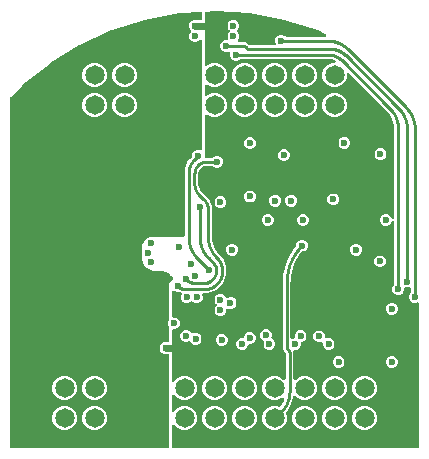
<source format=gbr>
G04 EAGLE Gerber RS-274X export*
G75*
%MOMM*%
%FSLAX34Y34*%
%LPD*%
%INCopper Layer 15*%
%IPPOS*%
%AMOC8*
5,1,8,0,0,1.08239X$1,22.5*%
G01*
%ADD10C,1.650000*%
%ADD11C,0.600000*%
%ADD12C,0.609600*%
%ADD13C,0.254000*%

G36*
X171848Y-37984D02*
X171848Y-37984D01*
X171967Y-37977D01*
X172005Y-37964D01*
X172046Y-37959D01*
X172156Y-37916D01*
X172269Y-37879D01*
X172304Y-37857D01*
X172341Y-37842D01*
X172437Y-37773D01*
X172538Y-37709D01*
X172566Y-37679D01*
X172599Y-37656D01*
X172675Y-37564D01*
X172756Y-37477D01*
X172776Y-37442D01*
X172801Y-37411D01*
X172852Y-37303D01*
X172910Y-37199D01*
X172920Y-37159D01*
X172937Y-37123D01*
X172959Y-37006D01*
X172989Y-36891D01*
X172993Y-36831D01*
X172997Y-36811D01*
X172995Y-36790D01*
X172999Y-36730D01*
X172999Y84137D01*
X172993Y84187D01*
X172995Y84236D01*
X172973Y84344D01*
X172959Y84453D01*
X172941Y84499D01*
X172931Y84548D01*
X172883Y84646D01*
X172842Y84748D01*
X172813Y84789D01*
X172791Y84833D01*
X172720Y84917D01*
X172656Y85006D01*
X172617Y85037D01*
X172585Y85075D01*
X172495Y85138D01*
X172411Y85209D01*
X172366Y85230D01*
X172325Y85258D01*
X172222Y85297D01*
X172123Y85344D01*
X172074Y85353D01*
X172028Y85371D01*
X171918Y85383D01*
X171811Y85404D01*
X171761Y85401D01*
X171712Y85406D01*
X171603Y85391D01*
X171493Y85384D01*
X171446Y85369D01*
X171397Y85362D01*
X171244Y85310D01*
X170495Y84999D01*
X168505Y84999D01*
X166667Y85761D01*
X165261Y87167D01*
X164499Y89005D01*
X164499Y90995D01*
X165261Y92833D01*
X165858Y93430D01*
X165918Y93508D01*
X165986Y93580D01*
X166015Y93633D01*
X166052Y93681D01*
X166092Y93772D01*
X166140Y93859D01*
X166155Y93917D01*
X166179Y93973D01*
X166194Y94071D01*
X166219Y94166D01*
X166225Y94266D01*
X166229Y94287D01*
X166227Y94299D01*
X166229Y94327D01*
X166229Y97025D01*
X166223Y97075D01*
X166225Y97124D01*
X166203Y97232D01*
X166189Y97341D01*
X166171Y97387D01*
X166161Y97436D01*
X166113Y97534D01*
X166072Y97637D01*
X166043Y97677D01*
X166021Y97721D01*
X165950Y97805D01*
X165886Y97894D01*
X165847Y97926D01*
X165815Y97963D01*
X165725Y98027D01*
X165641Y98097D01*
X165596Y98118D01*
X165555Y98146D01*
X165452Y98185D01*
X165353Y98232D01*
X165304Y98242D01*
X165258Y98259D01*
X165148Y98271D01*
X165041Y98292D01*
X164991Y98289D01*
X164942Y98294D01*
X164833Y98279D01*
X164723Y98272D01*
X164676Y98257D01*
X164627Y98250D01*
X164474Y98198D01*
X163995Y97999D01*
X161770Y97999D01*
X161652Y97984D01*
X161533Y97977D01*
X161495Y97964D01*
X161454Y97959D01*
X161344Y97916D01*
X161231Y97879D01*
X161196Y97857D01*
X161159Y97842D01*
X161062Y97772D01*
X160962Y97709D01*
X160934Y97679D01*
X160901Y97656D01*
X160825Y97564D01*
X160744Y97477D01*
X160724Y97442D01*
X160699Y97411D01*
X160648Y97303D01*
X160590Y97199D01*
X160580Y97159D01*
X160563Y97123D01*
X160541Y97006D01*
X160511Y96891D01*
X160507Y96831D01*
X160503Y96811D01*
X160505Y96790D01*
X160501Y96730D01*
X160501Y95505D01*
X159739Y93667D01*
X158333Y92261D01*
X156495Y91499D01*
X154505Y91499D01*
X152667Y92261D01*
X151261Y93667D01*
X150499Y95505D01*
X150499Y97495D01*
X151261Y99333D01*
X151858Y99930D01*
X151918Y100008D01*
X151986Y100080D01*
X152015Y100133D01*
X152052Y100181D01*
X152092Y100272D01*
X152140Y100359D01*
X152155Y100417D01*
X152179Y100473D01*
X152194Y100571D01*
X152219Y100666D01*
X152225Y100766D01*
X152229Y100787D01*
X152227Y100799D01*
X152229Y100827D01*
X152229Y153005D01*
X152221Y153074D01*
X152222Y153144D01*
X152201Y153231D01*
X152189Y153320D01*
X152164Y153385D01*
X152147Y153453D01*
X152105Y153532D01*
X152072Y153616D01*
X152031Y153672D01*
X151999Y153734D01*
X151938Y153800D01*
X151886Y153873D01*
X151832Y153918D01*
X151785Y153969D01*
X151710Y154019D01*
X151641Y154076D01*
X151577Y154106D01*
X151519Y154144D01*
X151434Y154173D01*
X151353Y154211D01*
X151284Y154225D01*
X151218Y154247D01*
X151129Y154254D01*
X151041Y154271D01*
X150971Y154267D01*
X150901Y154272D01*
X150813Y154257D01*
X150723Y154251D01*
X150657Y154230D01*
X150588Y154218D01*
X150506Y154181D01*
X150421Y154153D01*
X150362Y154116D01*
X150298Y154087D01*
X150228Y154031D01*
X150152Y153983D01*
X150104Y153932D01*
X150050Y153889D01*
X149995Y153817D01*
X149934Y153752D01*
X149900Y153691D01*
X149858Y153635D01*
X149787Y153490D01*
X149239Y152167D01*
X147833Y150761D01*
X145995Y149999D01*
X144005Y149999D01*
X142167Y150761D01*
X140761Y152167D01*
X139999Y154005D01*
X139999Y155995D01*
X140761Y157833D01*
X142167Y159239D01*
X144005Y160001D01*
X145995Y160001D01*
X147833Y159239D01*
X149239Y157833D01*
X149787Y156510D01*
X149822Y156449D01*
X149848Y156384D01*
X149900Y156312D01*
X149945Y156234D01*
X149993Y156183D01*
X150034Y156127D01*
X150104Y156070D01*
X150166Y156005D01*
X150226Y155969D01*
X150279Y155924D01*
X150361Y155886D01*
X150437Y155839D01*
X150504Y155818D01*
X150567Y155789D01*
X150655Y155772D01*
X150741Y155745D01*
X150811Y155742D01*
X150880Y155729D01*
X150969Y155734D01*
X151059Y155730D01*
X151127Y155744D01*
X151197Y155749D01*
X151282Y155776D01*
X151370Y155794D01*
X151433Y155825D01*
X151499Y155847D01*
X151575Y155895D01*
X151656Y155934D01*
X151709Y155979D01*
X151768Y156017D01*
X151830Y156082D01*
X151898Y156140D01*
X151938Y156197D01*
X151986Y156248D01*
X152029Y156327D01*
X152081Y156400D01*
X152106Y156466D01*
X152140Y156527D01*
X152162Y156614D01*
X152194Y156698D01*
X152202Y156767D01*
X152219Y156835D01*
X152229Y156995D01*
X152229Y231979D01*
X152227Y232000D01*
X152227Y232062D01*
X152048Y234785D01*
X152040Y234828D01*
X152039Y234872D01*
X152008Y235030D01*
X150598Y240290D01*
X150566Y240370D01*
X150543Y240452D01*
X150522Y240493D01*
X150518Y240506D01*
X150508Y240522D01*
X150482Y240575D01*
X150478Y240585D01*
X150475Y240588D01*
X150471Y240596D01*
X147749Y245312D01*
X147722Y245348D01*
X147702Y245387D01*
X147604Y245515D01*
X145804Y247566D01*
X145789Y247580D01*
X145748Y247627D01*
X144418Y248956D01*
X114017Y279357D01*
X113908Y279442D01*
X113801Y279531D01*
X113782Y279540D01*
X113766Y279552D01*
X113638Y279607D01*
X113513Y279666D01*
X113493Y279670D01*
X113474Y279678D01*
X113336Y279700D01*
X113200Y279726D01*
X113180Y279725D01*
X113160Y279728D01*
X113021Y279715D01*
X112883Y279706D01*
X112864Y279700D01*
X112844Y279698D01*
X112712Y279651D01*
X112581Y279608D01*
X112563Y279598D01*
X112544Y279591D01*
X112429Y279513D01*
X112312Y279438D01*
X112298Y279423D01*
X112281Y279412D01*
X112189Y279308D01*
X112094Y279207D01*
X112084Y279189D01*
X112071Y279174D01*
X112007Y279050D01*
X111940Y278928D01*
X111935Y278909D01*
X111926Y278890D01*
X111896Y278755D01*
X111861Y278620D01*
X111859Y278592D01*
X111856Y278580D01*
X111857Y278560D01*
X111851Y278460D01*
X111851Y275661D01*
X110290Y271893D01*
X107407Y269010D01*
X103639Y267449D01*
X99561Y267449D01*
X95793Y269010D01*
X92910Y271893D01*
X91349Y275661D01*
X91349Y279739D01*
X92910Y283507D01*
X95793Y286390D01*
X99561Y287951D01*
X101239Y287951D01*
X101309Y287959D01*
X101378Y287958D01*
X101466Y287979D01*
X101555Y287991D01*
X101620Y288016D01*
X101688Y288033D01*
X101767Y288075D01*
X101851Y288108D01*
X101907Y288149D01*
X101969Y288181D01*
X102035Y288242D01*
X102108Y288294D01*
X102152Y288348D01*
X102204Y288395D01*
X102253Y288470D01*
X102311Y288539D01*
X102341Y288603D01*
X102379Y288661D01*
X102408Y288746D01*
X102446Y288827D01*
X102459Y288896D01*
X102482Y288962D01*
X102489Y289051D01*
X102506Y289139D01*
X102502Y289209D01*
X102507Y289279D01*
X102492Y289367D01*
X102486Y289457D01*
X102465Y289523D01*
X102453Y289592D01*
X102416Y289674D01*
X102388Y289759D01*
X102351Y289818D01*
X102322Y289882D01*
X102266Y289952D01*
X102218Y290028D01*
X102167Y290076D01*
X102124Y290130D01*
X102052Y290185D01*
X101987Y290246D01*
X101925Y290280D01*
X101870Y290322D01*
X101725Y290393D01*
X99233Y291425D01*
X99131Y291453D01*
X99031Y291489D01*
X98948Y291503D01*
X98927Y291509D01*
X98911Y291509D01*
X98872Y291515D01*
X96760Y291723D01*
X96741Y291723D01*
X96636Y291729D01*
X22327Y291729D01*
X22229Y291717D01*
X22130Y291714D01*
X22072Y291697D01*
X22012Y291689D01*
X21920Y291653D01*
X21824Y291625D01*
X21772Y291595D01*
X21716Y291572D01*
X21636Y291514D01*
X21550Y291464D01*
X21475Y291398D01*
X21459Y291386D01*
X21451Y291376D01*
X21430Y291357D01*
X20888Y290816D01*
X19050Y290055D01*
X17061Y290055D01*
X15223Y290816D01*
X13816Y292223D01*
X13055Y294061D01*
X13055Y296117D01*
X13070Y296166D01*
X13071Y296186D01*
X13076Y296205D01*
X13078Y296344D01*
X13085Y296483D01*
X13081Y296503D01*
X13081Y296523D01*
X13049Y296658D01*
X13021Y296795D01*
X13012Y296813D01*
X13007Y296832D01*
X12942Y296955D01*
X12881Y297080D01*
X12868Y297096D01*
X12858Y297113D01*
X12765Y297217D01*
X12674Y297322D01*
X12658Y297334D01*
X12645Y297349D01*
X12528Y297426D01*
X12414Y297506D01*
X12396Y297513D01*
X12379Y297524D01*
X12247Y297569D01*
X12117Y297618D01*
X12097Y297621D01*
X12078Y297627D01*
X11940Y297638D01*
X11801Y297654D01*
X11781Y297651D01*
X11761Y297652D01*
X11624Y297629D01*
X11486Y297609D01*
X11460Y297600D01*
X11448Y297598D01*
X11429Y297590D01*
X11334Y297557D01*
X10725Y297305D01*
X8735Y297305D01*
X6897Y298066D01*
X5491Y299473D01*
X4729Y301311D01*
X4729Y303300D01*
X5491Y305138D01*
X6897Y306545D01*
X8735Y307306D01*
X10011Y307306D01*
X10060Y307313D01*
X10109Y307310D01*
X10217Y307332D01*
X10326Y307346D01*
X10372Y307364D01*
X10421Y307374D01*
X10520Y307423D01*
X10622Y307463D01*
X10662Y307492D01*
X10707Y307514D01*
X10790Y307585D01*
X10879Y307650D01*
X10911Y307688D01*
X10949Y307721D01*
X11012Y307810D01*
X11082Y307895D01*
X11103Y307940D01*
X11132Y307981D01*
X11171Y308083D01*
X11217Y308183D01*
X11227Y308231D01*
X11244Y308278D01*
X11257Y308387D01*
X11277Y308495D01*
X11274Y308545D01*
X11280Y308594D01*
X11264Y308703D01*
X11257Y308812D01*
X11242Y308860D01*
X11235Y308909D01*
X11183Y309061D01*
X10999Y309505D01*
X10999Y311495D01*
X11761Y313333D01*
X12530Y314103D01*
X12603Y314197D01*
X12682Y314286D01*
X12700Y314322D01*
X12725Y314354D01*
X12773Y314463D01*
X12827Y314569D01*
X12836Y314608D01*
X12852Y314646D01*
X12870Y314763D01*
X12896Y314879D01*
X12895Y314920D01*
X12902Y314960D01*
X12890Y315078D01*
X12887Y315197D01*
X12875Y315236D01*
X12872Y315276D01*
X12831Y315388D01*
X12798Y315503D01*
X12778Y315538D01*
X12764Y315576D01*
X12697Y315674D01*
X12637Y315777D01*
X12597Y315822D01*
X12586Y315839D01*
X12570Y315852D01*
X12530Y315898D01*
X11761Y316667D01*
X10999Y318505D01*
X10999Y320495D01*
X11761Y322333D01*
X13167Y323739D01*
X15005Y324501D01*
X16995Y324501D01*
X18833Y323739D01*
X20239Y322333D01*
X21001Y320495D01*
X21001Y318505D01*
X20239Y316667D01*
X19470Y315898D01*
X19397Y315804D01*
X19318Y315714D01*
X19299Y315678D01*
X19275Y315646D01*
X19227Y315537D01*
X19173Y315431D01*
X19164Y315392D01*
X19148Y315354D01*
X19130Y315237D01*
X19104Y315121D01*
X19105Y315080D01*
X19098Y315040D01*
X19110Y314922D01*
X19113Y314803D01*
X19125Y314764D01*
X19128Y314724D01*
X19169Y314611D01*
X19202Y314497D01*
X19222Y314463D01*
X19236Y314424D01*
X19303Y314326D01*
X19363Y314223D01*
X19403Y314178D01*
X19414Y314161D01*
X19430Y314148D01*
X19470Y314103D01*
X20239Y313333D01*
X21001Y311495D01*
X21001Y309505D01*
X20221Y307622D01*
X20141Y307526D01*
X20133Y307508D01*
X20120Y307492D01*
X20065Y307364D01*
X20006Y307238D01*
X20002Y307219D01*
X19994Y307200D01*
X19972Y307063D01*
X19946Y306926D01*
X19947Y306906D01*
X19944Y306886D01*
X19957Y306747D01*
X19966Y306609D01*
X19972Y306589D01*
X19974Y306569D01*
X20021Y306438D01*
X20064Y306306D01*
X20074Y306289D01*
X20081Y306270D01*
X20160Y306155D01*
X20234Y306037D01*
X20249Y306024D01*
X20260Y306007D01*
X20364Y305915D01*
X20466Y305819D01*
X20483Y305810D01*
X20498Y305796D01*
X20622Y305733D01*
X20744Y305666D01*
X20764Y305661D01*
X20782Y305652D01*
X20917Y305621D01*
X21052Y305587D01*
X21080Y305585D01*
X21092Y305582D01*
X21112Y305583D01*
X21213Y305576D01*
X26117Y305576D01*
X26120Y305573D01*
X26127Y305568D01*
X26133Y305560D01*
X26252Y305471D01*
X26371Y305378D01*
X26380Y305375D01*
X26387Y305369D01*
X26532Y305298D01*
X27219Y305014D01*
X27228Y305011D01*
X27236Y305007D01*
X27380Y304969D01*
X27525Y304930D01*
X27535Y304930D01*
X27544Y304927D01*
X27704Y304917D01*
X27708Y304917D01*
X27711Y304914D01*
X27712Y304914D01*
X27713Y304913D01*
X28483Y304142D01*
X28983Y303643D01*
X29061Y303582D01*
X29133Y303514D01*
X29186Y303485D01*
X29234Y303448D01*
X29325Y303408D01*
X29412Y303360D01*
X29470Y303345D01*
X29526Y303321D01*
X29624Y303306D01*
X29720Y303281D01*
X29820Y303275D01*
X29840Y303271D01*
X29852Y303273D01*
X29881Y303271D01*
X50732Y303271D01*
X50782Y303277D01*
X50831Y303275D01*
X50939Y303297D01*
X51048Y303311D01*
X51094Y303329D01*
X51143Y303339D01*
X51241Y303387D01*
X51344Y303428D01*
X51384Y303457D01*
X51428Y303479D01*
X51512Y303550D01*
X51601Y303614D01*
X51633Y303653D01*
X51670Y303685D01*
X51734Y303775D01*
X51804Y303859D01*
X51825Y303904D01*
X51854Y303945D01*
X51893Y304048D01*
X51939Y304147D01*
X51949Y304196D01*
X51966Y304242D01*
X51978Y304352D01*
X51999Y304459D01*
X51996Y304509D01*
X52002Y304558D01*
X51986Y304667D01*
X51979Y304777D01*
X51964Y304824D01*
X51957Y304873D01*
X51905Y305026D01*
X51499Y306005D01*
X51499Y307995D01*
X52261Y309833D01*
X53667Y311239D01*
X55505Y312001D01*
X57495Y312001D01*
X59333Y311239D01*
X59930Y310642D01*
X60008Y310582D01*
X60080Y310514D01*
X60133Y310485D01*
X60181Y310448D01*
X60272Y310408D01*
X60359Y310360D01*
X60417Y310345D01*
X60473Y310321D01*
X60571Y310306D01*
X60666Y310281D01*
X60766Y310275D01*
X60787Y310271D01*
X60799Y310273D01*
X60827Y310271D01*
X93279Y310271D01*
X93324Y310276D01*
X93370Y310274D01*
X93481Y310296D01*
X93594Y310311D01*
X93637Y310327D01*
X93681Y310336D01*
X93784Y310386D01*
X93890Y310428D01*
X93927Y310454D01*
X93968Y310474D01*
X94055Y310548D01*
X94147Y310614D01*
X94176Y310650D01*
X94211Y310679D01*
X94277Y310772D01*
X94350Y310859D01*
X94370Y310901D01*
X94396Y310938D01*
X94437Y311044D01*
X94486Y311147D01*
X94494Y311192D01*
X94511Y311235D01*
X94524Y311348D01*
X94545Y311459D01*
X94543Y311505D01*
X94548Y311550D01*
X94533Y311663D01*
X94526Y311777D01*
X94512Y311820D01*
X94505Y311866D01*
X94463Y311971D01*
X94428Y312079D01*
X94403Y312118D01*
X94386Y312160D01*
X94318Y312252D01*
X94257Y312348D01*
X94224Y312379D01*
X94197Y312416D01*
X94109Y312488D01*
X94026Y312566D01*
X93986Y312588D01*
X93950Y312617D01*
X93809Y312693D01*
X87389Y315643D01*
X87385Y315644D01*
X87244Y315699D01*
X59031Y324663D01*
X59026Y324664D01*
X58880Y324701D01*
X29780Y330135D01*
X29775Y330135D01*
X29625Y330154D01*
X78Y331974D01*
X73Y331974D01*
X-78Y331974D01*
X-7078Y331543D01*
X-7157Y331528D01*
X-7237Y331523D01*
X-7312Y331499D01*
X-7391Y331484D01*
X-7463Y331450D01*
X-7539Y331425D01*
X-7607Y331383D01*
X-7678Y331349D01*
X-7740Y331298D01*
X-7808Y331255D01*
X-7863Y331197D01*
X-7924Y331147D01*
X-7971Y331082D01*
X-8026Y331023D01*
X-8064Y330954D01*
X-8111Y330890D01*
X-8141Y330815D01*
X-8180Y330745D01*
X-8199Y330668D01*
X-8229Y330594D01*
X-8239Y330515D01*
X-8259Y330437D01*
X-8269Y330281D01*
X-8269Y330279D01*
X-8269Y330278D01*
X-8269Y330276D01*
X-8269Y286992D01*
X-8252Y286854D01*
X-8239Y286715D01*
X-8232Y286696D01*
X-8229Y286676D01*
X-8178Y286547D01*
X-8131Y286416D01*
X-8120Y286399D01*
X-8112Y286380D01*
X-8031Y286268D01*
X-7953Y286153D01*
X-7937Y286140D01*
X-7926Y286123D01*
X-7818Y286034D01*
X-7714Y285942D01*
X-7696Y285933D01*
X-7681Y285920D01*
X-7555Y285861D01*
X-7431Y285798D01*
X-7411Y285793D01*
X-7393Y285785D01*
X-7257Y285759D01*
X-7121Y285728D01*
X-7100Y285729D01*
X-7081Y285725D01*
X-6942Y285734D01*
X-6803Y285738D01*
X-6783Y285744D01*
X-6763Y285745D01*
X-6631Y285788D01*
X-6497Y285826D01*
X-6480Y285837D01*
X-6461Y285843D01*
X-6343Y285917D01*
X-6223Y285988D01*
X-6202Y286006D01*
X-6192Y286013D01*
X-6178Y286028D01*
X-6103Y286094D01*
X-5807Y286390D01*
X-2039Y287951D01*
X2039Y287951D01*
X5807Y286390D01*
X8690Y283507D01*
X10251Y279739D01*
X10251Y275661D01*
X8690Y271893D01*
X5807Y269010D01*
X2039Y267449D01*
X-2039Y267449D01*
X-5807Y269010D01*
X-6103Y269306D01*
X-6212Y269391D01*
X-6319Y269480D01*
X-6338Y269488D01*
X-6354Y269501D01*
X-6482Y269556D01*
X-6607Y269615D01*
X-6627Y269619D01*
X-6646Y269627D01*
X-6784Y269649D01*
X-6920Y269675D01*
X-6940Y269674D01*
X-6960Y269677D01*
X-7099Y269664D01*
X-7237Y269655D01*
X-7256Y269649D01*
X-7276Y269647D01*
X-7408Y269600D01*
X-7539Y269557D01*
X-7557Y269546D01*
X-7576Y269540D01*
X-7691Y269461D01*
X-7808Y269387D01*
X-7822Y269372D01*
X-7839Y269361D01*
X-7931Y269257D01*
X-8026Y269155D01*
X-8036Y269138D01*
X-8049Y269122D01*
X-8113Y268999D01*
X-8180Y268877D01*
X-8185Y268857D01*
X-8194Y268839D01*
X-8224Y268703D01*
X-8259Y268569D01*
X-8261Y268541D01*
X-8264Y268529D01*
X-8263Y268508D01*
X-8269Y268408D01*
X-8269Y261592D01*
X-8252Y261454D01*
X-8239Y261315D01*
X-8232Y261296D01*
X-8229Y261276D01*
X-8178Y261147D01*
X-8131Y261016D01*
X-8120Y260999D01*
X-8112Y260980D01*
X-8031Y260868D01*
X-7953Y260753D01*
X-7937Y260740D01*
X-7926Y260723D01*
X-7818Y260634D01*
X-7714Y260542D01*
X-7696Y260533D01*
X-7681Y260520D01*
X-7555Y260461D01*
X-7431Y260398D01*
X-7411Y260393D01*
X-7393Y260385D01*
X-7257Y260359D01*
X-7121Y260328D01*
X-7100Y260329D01*
X-7081Y260325D01*
X-6942Y260334D01*
X-6803Y260338D01*
X-6783Y260344D01*
X-6763Y260345D01*
X-6631Y260388D01*
X-6497Y260426D01*
X-6480Y260437D01*
X-6461Y260443D01*
X-6343Y260517D01*
X-6223Y260588D01*
X-6202Y260606D01*
X-6192Y260613D01*
X-6178Y260628D01*
X-6103Y260694D01*
X-5807Y260990D01*
X-2039Y262551D01*
X2039Y262551D01*
X5807Y260990D01*
X8690Y258107D01*
X10251Y254339D01*
X10251Y250261D01*
X8690Y246493D01*
X5807Y243610D01*
X2039Y242049D01*
X-2039Y242049D01*
X-5807Y243610D01*
X-6103Y243906D01*
X-6212Y243991D01*
X-6319Y244080D01*
X-6338Y244088D01*
X-6354Y244101D01*
X-6482Y244156D01*
X-6607Y244215D01*
X-6627Y244219D01*
X-6646Y244227D01*
X-6784Y244249D01*
X-6920Y244275D01*
X-6940Y244274D01*
X-6960Y244277D01*
X-7099Y244264D01*
X-7237Y244255D01*
X-7256Y244249D01*
X-7276Y244247D01*
X-7408Y244200D01*
X-7539Y244157D01*
X-7557Y244146D01*
X-7576Y244140D01*
X-7691Y244061D01*
X-7808Y243987D01*
X-7822Y243972D01*
X-7839Y243961D01*
X-7931Y243857D01*
X-8026Y243755D01*
X-8036Y243738D01*
X-8049Y243722D01*
X-8113Y243599D01*
X-8180Y243477D01*
X-8185Y243457D01*
X-8194Y243439D01*
X-8224Y243303D01*
X-8259Y243169D01*
X-8261Y243141D01*
X-8264Y243129D01*
X-8263Y243108D01*
X-8269Y243008D01*
X-8269Y209040D01*
X-8254Y208922D01*
X-8247Y208803D01*
X-8234Y208765D01*
X-8229Y208724D01*
X-8186Y208614D01*
X-8149Y208501D01*
X-8127Y208466D01*
X-8112Y208429D01*
X-8043Y208333D01*
X-7979Y208232D01*
X-7949Y208204D01*
X-7926Y208171D01*
X-7834Y208095D01*
X-7747Y208014D01*
X-7712Y207994D01*
X-7681Y207969D01*
X-7573Y207918D01*
X-7469Y207860D01*
X-7429Y207850D01*
X-7393Y207833D01*
X-7276Y207811D01*
X-7161Y207781D01*
X-7101Y207777D01*
X-7081Y207773D01*
X-7060Y207775D01*
X-7000Y207771D01*
X-2327Y207771D01*
X-2229Y207783D01*
X-2130Y207786D01*
X-2072Y207803D01*
X-2012Y207811D01*
X-1920Y207847D01*
X-1824Y207875D01*
X-1772Y207905D01*
X-1716Y207928D01*
X-1636Y207986D01*
X-1550Y208036D01*
X-1475Y208102D01*
X-1459Y208114D01*
X-1451Y208124D01*
X-1430Y208143D01*
X-833Y208739D01*
X1005Y209501D01*
X2995Y209501D01*
X4833Y208739D01*
X6239Y207333D01*
X7001Y205495D01*
X7001Y203505D01*
X6239Y201667D01*
X4833Y200261D01*
X2995Y199499D01*
X1005Y199499D01*
X-833Y200261D01*
X-1430Y200857D01*
X-1508Y200918D01*
X-1580Y200986D01*
X-1633Y201015D01*
X-1681Y201052D01*
X-1772Y201092D01*
X-1858Y201140D01*
X-1917Y201155D01*
X-1973Y201179D01*
X-2071Y201194D01*
X-2166Y201219D01*
X-2266Y201225D01*
X-2287Y201229D01*
X-2299Y201227D01*
X-2327Y201229D01*
X-7000Y201229D01*
X-7020Y201227D01*
X-7124Y201223D01*
X-8190Y201118D01*
X-8293Y201095D01*
X-8399Y201080D01*
X-8478Y201053D01*
X-8500Y201048D01*
X-8514Y201040D01*
X-8551Y201028D01*
X-10519Y200212D01*
X-10527Y200208D01*
X-10536Y200205D01*
X-10665Y200129D01*
X-10795Y200055D01*
X-10802Y200048D01*
X-10810Y200044D01*
X-10931Y199937D01*
X-12437Y198431D01*
X-12443Y198424D01*
X-12450Y198418D01*
X-12540Y198298D01*
X-12632Y198180D01*
X-12636Y198171D01*
X-12642Y198164D01*
X-12712Y198019D01*
X-13528Y196051D01*
X-13552Y195961D01*
X-13564Y195936D01*
X-13568Y195914D01*
X-13592Y195849D01*
X-13606Y195765D01*
X-13612Y195744D01*
X-13612Y195728D01*
X-13618Y195690D01*
X-13723Y194624D01*
X-13723Y194605D01*
X-13729Y194500D01*
X-13729Y185036D01*
X-13727Y185016D01*
X-13723Y184911D01*
X-13600Y183661D01*
X-13576Y183557D01*
X-13562Y183452D01*
X-13534Y183372D01*
X-13529Y183351D01*
X-13522Y183336D01*
X-13509Y183299D01*
X-12552Y180989D01*
X-12500Y180897D01*
X-12455Y180800D01*
X-12406Y180731D01*
X-12395Y180713D01*
X-12384Y180701D01*
X-12361Y180669D01*
X-11564Y179698D01*
X-11549Y179684D01*
X-11480Y179606D01*
X-11422Y179547D01*
X-11421Y179547D01*
X-5858Y173983D01*
X-4806Y172932D01*
X-2229Y166710D01*
X-2229Y140399D01*
X-2227Y140379D01*
X-2227Y140316D01*
X-2061Y137790D01*
X-2053Y137746D01*
X-2052Y137702D01*
X-2020Y137544D01*
X-712Y132662D01*
X-680Y132583D01*
X-657Y132501D01*
X-596Y132378D01*
X-592Y132368D01*
X-590Y132364D01*
X-586Y132356D01*
X1941Y127980D01*
X1968Y127944D01*
X1988Y127905D01*
X2086Y127777D01*
X3756Y125873D01*
X3771Y125860D01*
X3813Y125813D01*
X3881Y125744D01*
X5142Y124483D01*
X5546Y124079D01*
X6884Y122742D01*
X9771Y115772D01*
X9771Y108266D01*
X6913Y101367D01*
X1633Y96087D01*
X-5266Y93229D01*
X-9232Y93229D01*
X-9282Y93223D01*
X-9331Y93225D01*
X-9439Y93203D01*
X-9548Y93189D01*
X-9594Y93171D01*
X-9643Y93161D01*
X-9741Y93113D01*
X-9844Y93072D01*
X-9884Y93043D01*
X-9928Y93021D01*
X-10012Y92950D01*
X-10101Y92886D01*
X-10133Y92847D01*
X-10170Y92815D01*
X-10234Y92725D01*
X-10304Y92641D01*
X-10325Y92596D01*
X-10354Y92555D01*
X-10393Y92452D01*
X-10439Y92353D01*
X-10449Y92304D01*
X-10466Y92258D01*
X-10478Y92148D01*
X-10499Y92041D01*
X-10496Y91991D01*
X-10502Y91942D01*
X-10486Y91833D01*
X-10479Y91723D01*
X-10464Y91676D01*
X-10457Y91627D01*
X-10405Y91474D01*
X-9999Y90495D01*
X-9999Y88505D01*
X-10761Y86667D01*
X-12167Y85261D01*
X-14005Y84499D01*
X-15995Y84499D01*
X-17833Y85261D01*
X-18377Y85804D01*
X-18471Y85877D01*
X-18560Y85956D01*
X-18596Y85974D01*
X-18628Y85999D01*
X-18737Y86047D01*
X-18843Y86101D01*
X-18882Y86110D01*
X-18920Y86126D01*
X-19037Y86144D01*
X-19153Y86170D01*
X-19194Y86169D01*
X-19234Y86176D01*
X-19352Y86164D01*
X-19471Y86161D01*
X-19510Y86149D01*
X-19550Y86146D01*
X-19662Y86105D01*
X-19777Y86072D01*
X-19812Y86052D01*
X-19850Y86038D01*
X-19948Y85971D01*
X-20051Y85911D01*
X-20096Y85871D01*
X-20113Y85860D01*
X-20126Y85844D01*
X-20172Y85804D01*
X-20667Y85309D01*
X-22505Y84547D01*
X-24495Y84547D01*
X-26333Y85309D01*
X-27739Y86715D01*
X-28501Y88553D01*
X-28501Y90543D01*
X-27863Y92083D01*
X-27831Y92198D01*
X-27793Y92311D01*
X-27789Y92351D01*
X-27779Y92390D01*
X-27777Y92509D01*
X-27767Y92628D01*
X-27774Y92667D01*
X-27774Y92708D01*
X-27801Y92824D01*
X-27822Y92941D01*
X-27838Y92978D01*
X-27848Y93017D01*
X-27904Y93122D01*
X-27952Y93231D01*
X-27978Y93263D01*
X-27997Y93298D01*
X-28077Y93386D01*
X-28151Y93479D01*
X-28183Y93504D01*
X-28210Y93534D01*
X-28310Y93599D01*
X-28405Y93671D01*
X-28459Y93697D01*
X-28476Y93708D01*
X-28496Y93715D01*
X-28550Y93742D01*
X-29103Y93971D01*
X-29198Y93997D01*
X-29291Y94032D01*
X-29351Y94039D01*
X-29410Y94055D01*
X-29508Y94056D01*
X-29607Y94067D01*
X-29667Y94059D01*
X-29728Y94060D01*
X-29824Y94037D01*
X-29922Y94023D01*
X-29991Y93999D01*
X-31995Y93999D01*
X-33833Y94761D01*
X-34103Y95030D01*
X-34212Y95116D01*
X-34319Y95204D01*
X-34338Y95213D01*
X-34354Y95225D01*
X-34482Y95281D01*
X-34607Y95340D01*
X-34627Y95344D01*
X-34646Y95352D01*
X-34784Y95374D01*
X-34920Y95400D01*
X-34940Y95398D01*
X-34960Y95402D01*
X-35099Y95388D01*
X-35237Y95380D01*
X-35256Y95374D01*
X-35276Y95372D01*
X-35408Y95325D01*
X-35539Y95282D01*
X-35557Y95271D01*
X-35576Y95264D01*
X-35691Y95186D01*
X-35808Y95112D01*
X-35822Y95097D01*
X-35839Y95086D01*
X-35931Y94981D01*
X-36026Y94880D01*
X-36036Y94862D01*
X-36049Y94847D01*
X-36113Y94723D01*
X-36180Y94602D01*
X-36185Y94582D01*
X-36194Y94564D01*
X-36224Y94428D01*
X-36259Y94294D01*
X-36261Y94266D01*
X-36264Y94254D01*
X-36263Y94233D01*
X-36269Y94133D01*
X-36269Y73770D01*
X-36254Y73652D01*
X-36247Y73533D01*
X-36234Y73495D01*
X-36229Y73454D01*
X-36186Y73344D01*
X-36149Y73231D01*
X-36127Y73196D01*
X-36112Y73159D01*
X-36043Y73063D01*
X-35979Y72962D01*
X-35949Y72934D01*
X-35926Y72901D01*
X-35834Y72825D01*
X-35747Y72744D01*
X-35712Y72724D01*
X-35681Y72699D01*
X-35573Y72648D01*
X-35469Y72590D01*
X-35429Y72580D01*
X-35393Y72563D01*
X-35276Y72541D01*
X-35161Y72511D01*
X-35101Y72507D01*
X-35081Y72503D01*
X-35060Y72505D01*
X-35000Y72501D01*
X-33505Y72501D01*
X-31667Y71739D01*
X-30261Y70333D01*
X-29499Y68495D01*
X-29499Y66505D01*
X-30261Y64667D01*
X-31667Y63261D01*
X-33505Y62499D01*
X-35000Y62499D01*
X-35118Y62484D01*
X-35237Y62477D01*
X-35275Y62464D01*
X-35316Y62459D01*
X-35426Y62416D01*
X-35539Y62379D01*
X-35574Y62357D01*
X-35611Y62342D01*
X-35707Y62273D01*
X-35808Y62209D01*
X-35836Y62179D01*
X-35869Y62156D01*
X-35945Y62064D01*
X-36026Y61977D01*
X-36046Y61942D01*
X-36071Y61911D01*
X-36122Y61803D01*
X-36180Y61699D01*
X-36190Y61659D01*
X-36207Y61623D01*
X-36229Y61506D01*
X-36259Y61391D01*
X-36263Y61331D01*
X-36267Y61311D01*
X-36265Y61290D01*
X-36269Y61230D01*
X-36269Y19392D01*
X-36252Y19254D01*
X-36239Y19115D01*
X-36232Y19096D01*
X-36229Y19076D01*
X-36178Y18947D01*
X-36131Y18816D01*
X-36120Y18799D01*
X-36112Y18780D01*
X-36031Y18668D01*
X-35953Y18553D01*
X-35937Y18540D01*
X-35926Y18523D01*
X-35818Y18434D01*
X-35714Y18342D01*
X-35696Y18333D01*
X-35681Y18320D01*
X-35555Y18261D01*
X-35431Y18198D01*
X-35411Y18193D01*
X-35393Y18185D01*
X-35257Y18159D01*
X-35121Y18128D01*
X-35100Y18129D01*
X-35081Y18125D01*
X-34942Y18134D01*
X-34803Y18138D01*
X-34783Y18144D01*
X-34763Y18145D01*
X-34631Y18188D01*
X-34497Y18226D01*
X-34480Y18237D01*
X-34461Y18243D01*
X-34343Y18317D01*
X-34223Y18388D01*
X-34202Y18406D01*
X-34192Y18413D01*
X-34178Y18428D01*
X-34103Y18494D01*
X-31207Y21390D01*
X-27439Y22951D01*
X-23361Y22951D01*
X-19593Y21390D01*
X-16710Y18507D01*
X-15149Y14739D01*
X-15149Y10661D01*
X-16710Y6893D01*
X-19593Y4010D01*
X-23361Y2449D01*
X-27439Y2449D01*
X-31207Y4010D01*
X-34103Y6906D01*
X-34212Y6991D01*
X-34319Y7080D01*
X-34338Y7088D01*
X-34354Y7101D01*
X-34482Y7156D01*
X-34607Y7215D01*
X-34627Y7219D01*
X-34646Y7227D01*
X-34784Y7249D01*
X-34920Y7275D01*
X-34940Y7274D01*
X-34960Y7277D01*
X-35099Y7264D01*
X-35237Y7255D01*
X-35256Y7249D01*
X-35276Y7247D01*
X-35408Y7200D01*
X-35539Y7157D01*
X-35557Y7146D01*
X-35576Y7140D01*
X-35691Y7061D01*
X-35808Y6987D01*
X-35822Y6972D01*
X-35839Y6961D01*
X-35931Y6857D01*
X-36026Y6755D01*
X-36036Y6738D01*
X-36049Y6722D01*
X-36113Y6599D01*
X-36180Y6477D01*
X-36185Y6457D01*
X-36194Y6439D01*
X-36224Y6303D01*
X-36259Y6169D01*
X-36261Y6141D01*
X-36264Y6129D01*
X-36263Y6108D01*
X-36269Y6008D01*
X-36269Y-6008D01*
X-36252Y-6146D01*
X-36239Y-6285D01*
X-36232Y-6304D01*
X-36229Y-6324D01*
X-36178Y-6453D01*
X-36131Y-6584D01*
X-36120Y-6601D01*
X-36112Y-6620D01*
X-36031Y-6732D01*
X-35953Y-6847D01*
X-35937Y-6860D01*
X-35926Y-6877D01*
X-35818Y-6966D01*
X-35714Y-7058D01*
X-35696Y-7067D01*
X-35681Y-7080D01*
X-35555Y-7139D01*
X-35431Y-7202D01*
X-35411Y-7207D01*
X-35393Y-7215D01*
X-35257Y-7241D01*
X-35121Y-7272D01*
X-35100Y-7271D01*
X-35081Y-7275D01*
X-34942Y-7266D01*
X-34803Y-7262D01*
X-34783Y-7256D01*
X-34763Y-7255D01*
X-34631Y-7212D01*
X-34497Y-7174D01*
X-34480Y-7163D01*
X-34461Y-7157D01*
X-34343Y-7083D01*
X-34223Y-7012D01*
X-34202Y-6994D01*
X-34192Y-6987D01*
X-34178Y-6972D01*
X-34103Y-6906D01*
X-31207Y-4010D01*
X-27439Y-2449D01*
X-23361Y-2449D01*
X-19593Y-4010D01*
X-16710Y-6893D01*
X-15149Y-10661D01*
X-15149Y-14739D01*
X-16710Y-18507D01*
X-19593Y-21390D01*
X-23361Y-22951D01*
X-27439Y-22951D01*
X-31207Y-21390D01*
X-34103Y-18494D01*
X-34212Y-18409D01*
X-34319Y-18320D01*
X-34338Y-18312D01*
X-34354Y-18299D01*
X-34482Y-18244D01*
X-34607Y-18185D01*
X-34627Y-18181D01*
X-34646Y-18173D01*
X-34784Y-18151D01*
X-34920Y-18125D01*
X-34940Y-18126D01*
X-34960Y-18123D01*
X-35099Y-18136D01*
X-35237Y-18145D01*
X-35256Y-18151D01*
X-35276Y-18153D01*
X-35408Y-18200D01*
X-35539Y-18243D01*
X-35557Y-18254D01*
X-35576Y-18260D01*
X-35691Y-18339D01*
X-35808Y-18413D01*
X-35822Y-18428D01*
X-35839Y-18439D01*
X-35931Y-18543D01*
X-36026Y-18645D01*
X-36036Y-18662D01*
X-36049Y-18678D01*
X-36113Y-18801D01*
X-36180Y-18923D01*
X-36185Y-18943D01*
X-36194Y-18961D01*
X-36224Y-19097D01*
X-36259Y-19231D01*
X-36261Y-19259D01*
X-36264Y-19271D01*
X-36263Y-19292D01*
X-36269Y-19392D01*
X-36269Y-36730D01*
X-36254Y-36848D01*
X-36247Y-36967D01*
X-36234Y-37005D01*
X-36229Y-37046D01*
X-36186Y-37156D01*
X-36149Y-37269D01*
X-36127Y-37304D01*
X-36112Y-37341D01*
X-36043Y-37437D01*
X-35979Y-37538D01*
X-35949Y-37566D01*
X-35926Y-37599D01*
X-35834Y-37675D01*
X-35747Y-37756D01*
X-35712Y-37776D01*
X-35681Y-37801D01*
X-35573Y-37852D01*
X-35469Y-37910D01*
X-35429Y-37920D01*
X-35393Y-37937D01*
X-35276Y-37959D01*
X-35161Y-37989D01*
X-35101Y-37993D01*
X-35081Y-37997D01*
X-35060Y-37995D01*
X-35000Y-37999D01*
X171730Y-37999D01*
X171848Y-37984D01*
G37*
G36*
X-39422Y-37984D02*
X-39422Y-37984D01*
X-39303Y-37977D01*
X-39265Y-37964D01*
X-39224Y-37959D01*
X-39114Y-37916D01*
X-39001Y-37879D01*
X-38966Y-37857D01*
X-38929Y-37842D01*
X-38833Y-37773D01*
X-38732Y-37709D01*
X-38704Y-37679D01*
X-38671Y-37656D01*
X-38595Y-37564D01*
X-38514Y-37477D01*
X-38494Y-37442D01*
X-38469Y-37411D01*
X-38418Y-37303D01*
X-38360Y-37199D01*
X-38350Y-37159D01*
X-38333Y-37123D01*
X-38311Y-37006D01*
X-38281Y-36891D01*
X-38277Y-36831D01*
X-38273Y-36811D01*
X-38275Y-36790D01*
X-38271Y-36730D01*
X-38271Y40182D01*
X-38286Y40300D01*
X-38293Y40419D01*
X-38306Y40457D01*
X-38311Y40498D01*
X-38354Y40608D01*
X-38391Y40721D01*
X-38413Y40756D01*
X-38428Y40793D01*
X-38497Y40889D01*
X-38561Y40990D01*
X-38591Y41018D01*
X-38614Y41051D01*
X-38706Y41127D01*
X-38793Y41208D01*
X-38828Y41228D01*
X-38859Y41253D01*
X-38967Y41304D01*
X-39071Y41362D01*
X-39111Y41372D01*
X-39147Y41389D01*
X-39264Y41411D01*
X-39379Y41441D01*
X-39439Y41445D01*
X-39459Y41449D01*
X-39480Y41447D01*
X-39540Y41451D01*
X-42504Y41451D01*
X-44360Y42220D01*
X-45780Y43640D01*
X-46549Y45496D01*
X-46549Y47504D01*
X-45780Y49360D01*
X-44360Y50780D01*
X-42504Y51549D01*
X-39540Y51549D01*
X-39422Y51564D01*
X-39303Y51571D01*
X-39265Y51584D01*
X-39224Y51589D01*
X-39114Y51632D01*
X-39001Y51669D01*
X-38966Y51691D01*
X-38929Y51706D01*
X-38833Y51775D01*
X-38732Y51839D01*
X-38704Y51869D01*
X-38671Y51892D01*
X-38595Y51984D01*
X-38514Y52071D01*
X-38494Y52106D01*
X-38469Y52137D01*
X-38418Y52245D01*
X-38360Y52349D01*
X-38350Y52389D01*
X-38333Y52425D01*
X-38311Y52542D01*
X-38281Y52657D01*
X-38277Y52717D01*
X-38273Y52737D01*
X-38275Y52758D01*
X-38271Y52818D01*
X-38271Y63673D01*
X-38283Y63771D01*
X-38286Y63870D01*
X-38303Y63928D01*
X-38311Y63988D01*
X-38347Y64081D01*
X-38375Y64176D01*
X-38405Y64228D01*
X-38428Y64284D01*
X-38486Y64364D01*
X-38536Y64450D01*
X-38602Y64525D01*
X-38614Y64541D01*
X-38624Y64549D01*
X-38643Y64570D01*
X-38739Y64667D01*
X-39501Y66505D01*
X-39501Y68495D01*
X-38739Y70333D01*
X-38643Y70430D01*
X-38582Y70508D01*
X-38514Y70580D01*
X-38485Y70633D01*
X-38448Y70681D01*
X-38408Y70772D01*
X-38360Y70858D01*
X-38345Y70917D01*
X-38321Y70973D01*
X-38306Y71070D01*
X-38281Y71166D01*
X-38275Y71267D01*
X-38271Y71287D01*
X-38273Y71299D01*
X-38271Y71327D01*
X-38271Y101355D01*
X-35434Y104191D01*
X-35399Y104237D01*
X-35357Y104276D01*
X-35302Y104362D01*
X-35239Y104443D01*
X-35216Y104495D01*
X-35186Y104543D01*
X-35154Y104641D01*
X-35113Y104735D01*
X-35104Y104791D01*
X-35086Y104845D01*
X-35079Y104947D01*
X-35063Y105049D01*
X-35068Y105106D01*
X-35065Y105163D01*
X-35083Y105263D01*
X-35093Y105365D01*
X-35112Y105419D01*
X-35123Y105475D01*
X-35181Y105625D01*
X-35256Y105786D01*
X-35273Y105812D01*
X-35283Y105841D01*
X-35367Y105978D01*
X-36417Y107477D01*
X-36437Y107500D01*
X-36453Y107526D01*
X-36559Y107647D01*
X-37853Y108941D01*
X-37877Y108960D01*
X-37897Y108983D01*
X-38023Y109083D01*
X-39522Y110133D01*
X-39549Y110147D01*
X-39572Y110166D01*
X-39714Y110244D01*
X-41372Y111017D01*
X-41401Y111026D01*
X-41428Y111041D01*
X-41580Y111093D01*
X-43348Y111566D01*
X-43378Y111571D01*
X-43407Y111581D01*
X-43566Y111605D01*
X-45389Y111764D01*
X-45411Y111764D01*
X-45500Y111769D01*
X-49945Y111769D01*
X-51949Y111945D01*
X-53839Y112451D01*
X-55613Y113278D01*
X-57216Y114400D01*
X-58600Y115784D01*
X-59722Y117387D01*
X-60549Y119161D01*
X-61055Y121051D01*
X-61231Y123055D01*
X-61231Y132445D01*
X-61101Y133928D01*
X-60730Y135313D01*
X-60124Y136613D01*
X-59301Y137787D01*
X-58287Y138801D01*
X-57113Y139624D01*
X-55813Y140230D01*
X-55427Y140333D01*
X-55425Y140334D01*
X-55422Y140335D01*
X-55270Y140387D01*
X-54995Y140501D01*
X-54970Y140501D01*
X-54885Y140511D01*
X-54799Y140512D01*
X-54665Y140539D01*
X-54654Y140541D01*
X-54650Y140542D01*
X-54641Y140544D01*
X-54428Y140601D01*
X-52945Y140731D01*
X-26540Y140731D01*
X-26422Y140746D01*
X-26303Y140753D01*
X-26265Y140766D01*
X-26224Y140771D01*
X-26114Y140814D01*
X-26001Y140851D01*
X-25966Y140873D01*
X-25929Y140888D01*
X-25833Y140958D01*
X-25732Y141021D01*
X-25704Y141051D01*
X-25671Y141074D01*
X-25595Y141166D01*
X-25514Y141253D01*
X-25494Y141288D01*
X-25469Y141319D01*
X-25418Y141427D01*
X-25360Y141531D01*
X-25350Y141571D01*
X-25333Y141607D01*
X-25311Y141724D01*
X-25281Y141839D01*
X-25277Y141900D01*
X-25273Y141920D01*
X-25275Y141940D01*
X-25271Y142000D01*
X-25271Y198772D01*
X-22384Y205742D01*
X-21046Y207079D01*
X-19372Y208753D01*
X-19312Y208831D01*
X-19244Y208903D01*
X-19215Y208956D01*
X-19178Y209004D01*
X-19138Y209095D01*
X-19090Y209182D01*
X-19075Y209240D01*
X-19051Y209296D01*
X-19036Y209394D01*
X-19011Y209490D01*
X-19005Y209590D01*
X-19001Y209610D01*
X-19003Y209623D01*
X-19001Y209651D01*
X-19001Y210495D01*
X-18239Y212333D01*
X-16833Y213739D01*
X-14995Y214501D01*
X-13005Y214501D01*
X-12026Y214095D01*
X-11978Y214082D01*
X-11933Y214061D01*
X-11825Y214040D01*
X-11719Y214011D01*
X-11669Y214010D01*
X-11620Y214001D01*
X-11511Y214008D01*
X-11401Y214006D01*
X-11353Y214018D01*
X-11303Y214021D01*
X-11199Y214054D01*
X-11092Y214080D01*
X-11048Y214103D01*
X-11001Y214119D01*
X-10908Y214177D01*
X-10811Y214229D01*
X-10774Y214262D01*
X-10732Y214289D01*
X-10657Y214369D01*
X-10575Y214443D01*
X-10548Y214484D01*
X-10514Y214520D01*
X-10461Y214617D01*
X-10401Y214708D01*
X-10384Y214756D01*
X-10360Y214799D01*
X-10333Y214905D01*
X-10297Y215009D01*
X-10293Y215059D01*
X-10281Y215107D01*
X-10271Y215268D01*
X-10271Y306593D01*
X-10288Y306731D01*
X-10301Y306869D01*
X-10308Y306888D01*
X-10311Y306908D01*
X-10362Y307038D01*
X-10409Y307169D01*
X-10420Y307185D01*
X-10428Y307204D01*
X-10509Y307316D01*
X-10587Y307432D01*
X-10603Y307445D01*
X-10614Y307461D01*
X-10722Y307550D01*
X-10826Y307642D01*
X-10844Y307651D01*
X-10859Y307664D01*
X-10985Y307724D01*
X-11109Y307787D01*
X-11129Y307791D01*
X-11147Y307800D01*
X-11284Y307826D01*
X-11419Y307856D01*
X-11440Y307856D01*
X-11459Y307860D01*
X-11598Y307851D01*
X-11737Y307847D01*
X-11757Y307841D01*
X-11777Y307840D01*
X-11909Y307797D01*
X-12043Y307758D01*
X-12060Y307748D01*
X-12079Y307742D01*
X-12197Y307667D01*
X-12317Y307597D01*
X-12338Y307578D01*
X-12348Y307572D01*
X-12362Y307557D01*
X-12437Y307490D01*
X-13667Y306261D01*
X-15505Y305499D01*
X-17495Y305499D01*
X-19333Y306261D01*
X-20739Y307667D01*
X-21501Y309505D01*
X-21501Y311495D01*
X-20739Y313333D01*
X-20004Y314069D01*
X-19931Y314163D01*
X-19852Y314252D01*
X-19833Y314288D01*
X-19809Y314320D01*
X-19761Y314429D01*
X-19707Y314535D01*
X-19698Y314575D01*
X-19682Y314612D01*
X-19664Y314729D01*
X-19638Y314845D01*
X-19639Y314886D01*
X-19632Y314926D01*
X-19644Y315044D01*
X-19647Y315163D01*
X-19658Y315202D01*
X-19662Y315242D01*
X-19703Y315355D01*
X-19736Y315469D01*
X-19756Y315504D01*
X-19770Y315542D01*
X-19837Y315640D01*
X-19897Y315743D01*
X-19937Y315788D01*
X-19948Y315805D01*
X-19964Y315818D01*
X-20004Y315864D01*
X-20780Y316640D01*
X-21549Y318496D01*
X-21549Y320504D01*
X-20780Y322360D01*
X-19360Y323780D01*
X-17504Y324549D01*
X-11540Y324549D01*
X-11422Y324564D01*
X-11303Y324571D01*
X-11265Y324584D01*
X-11224Y324589D01*
X-11114Y324632D01*
X-11001Y324669D01*
X-10966Y324691D01*
X-10929Y324706D01*
X-10833Y324775D01*
X-10732Y324839D01*
X-10704Y324869D01*
X-10671Y324892D01*
X-10595Y324984D01*
X-10514Y325071D01*
X-10494Y325106D01*
X-10469Y325137D01*
X-10418Y325245D01*
X-10360Y325349D01*
X-10350Y325389D01*
X-10333Y325425D01*
X-10311Y325542D01*
X-10281Y325657D01*
X-10277Y325717D01*
X-10273Y325737D01*
X-10275Y325758D01*
X-10271Y325818D01*
X-10271Y329997D01*
X-10290Y330150D01*
X-10310Y330310D01*
X-10310Y330311D01*
X-10311Y330312D01*
X-10368Y330456D01*
X-10426Y330606D01*
X-10427Y330607D01*
X-10428Y330608D01*
X-10522Y330737D01*
X-10613Y330863D01*
X-10614Y330864D01*
X-10614Y330865D01*
X-10737Y330967D01*
X-10857Y331067D01*
X-10858Y331067D01*
X-10859Y331068D01*
X-10998Y331133D01*
X-11145Y331203D01*
X-11146Y331203D01*
X-11147Y331203D01*
X-11299Y331232D01*
X-11457Y331263D01*
X-11459Y331263D01*
X-11462Y331263D01*
X-11618Y331263D01*
X-29620Y330154D01*
X-29625Y330154D01*
X-29629Y330153D01*
X-29780Y330135D01*
X-58880Y324701D01*
X-58884Y324700D01*
X-59031Y324663D01*
X-87244Y315699D01*
X-87248Y315697D01*
X-87389Y315643D01*
X-114289Y303283D01*
X-114293Y303281D01*
X-114426Y303209D01*
X-139605Y287641D01*
X-139608Y287638D01*
X-139732Y287551D01*
X-162809Y269010D01*
X-162824Y268995D01*
X-162897Y268933D01*
X-172613Y259528D01*
X-172681Y259443D01*
X-172756Y259364D01*
X-172780Y259320D01*
X-172812Y259280D01*
X-172857Y259181D01*
X-172910Y259085D01*
X-172922Y259036D01*
X-172943Y258991D01*
X-172962Y258883D01*
X-172989Y258777D01*
X-172994Y258699D01*
X-172998Y258677D01*
X-172996Y258660D01*
X-172999Y258616D01*
X-172999Y-36730D01*
X-172984Y-36848D01*
X-172977Y-36967D01*
X-172964Y-37005D01*
X-172959Y-37046D01*
X-172916Y-37156D01*
X-172879Y-37269D01*
X-172857Y-37304D01*
X-172842Y-37341D01*
X-172773Y-37437D01*
X-172709Y-37538D01*
X-172679Y-37566D01*
X-172656Y-37599D01*
X-172564Y-37675D01*
X-172477Y-37756D01*
X-172442Y-37776D01*
X-172411Y-37801D01*
X-172303Y-37852D01*
X-172199Y-37910D01*
X-172159Y-37920D01*
X-172123Y-37937D01*
X-172006Y-37959D01*
X-171891Y-37989D01*
X-171831Y-37993D01*
X-171811Y-37997D01*
X-171790Y-37995D01*
X-171730Y-37999D01*
X-39540Y-37999D01*
X-39422Y-37984D01*
G37*
%LPC*%
G36*
X48761Y-22951D02*
X48761Y-22951D01*
X44993Y-21390D01*
X42110Y-18507D01*
X40549Y-14739D01*
X40549Y-10661D01*
X42110Y-6893D01*
X44993Y-4010D01*
X48761Y-2449D01*
X52839Y-2449D01*
X54328Y-3066D01*
X54363Y-3076D01*
X54395Y-3092D01*
X54516Y-3117D01*
X54635Y-3150D01*
X54671Y-3150D01*
X54706Y-3158D01*
X54830Y-3153D01*
X54953Y-3155D01*
X54988Y-3147D01*
X55024Y-3145D01*
X55142Y-3110D01*
X55262Y-3081D01*
X55294Y-3064D01*
X55329Y-3053D01*
X55434Y-2990D01*
X55543Y-2932D01*
X55570Y-2908D01*
X55601Y-2889D01*
X55687Y-2801D01*
X55778Y-2718D01*
X55798Y-2688D01*
X55824Y-2662D01*
X55913Y-2528D01*
X58471Y1904D01*
X58505Y1983D01*
X58547Y2057D01*
X58590Y2187D01*
X58595Y2197D01*
X58595Y2201D01*
X58598Y2210D01*
X58760Y2814D01*
X58780Y2958D01*
X58803Y3102D01*
X58801Y3115D01*
X58803Y3129D01*
X58787Y3273D01*
X58773Y3419D01*
X58768Y3431D01*
X58767Y3445D01*
X58714Y3581D01*
X58665Y3718D01*
X58658Y3729D01*
X58653Y3742D01*
X58568Y3861D01*
X58487Y3981D01*
X58477Y3990D01*
X58469Y4001D01*
X58357Y4095D01*
X58248Y4192D01*
X58236Y4198D01*
X58226Y4206D01*
X58095Y4270D01*
X57965Y4336D01*
X57952Y4339D01*
X57940Y4345D01*
X57797Y4374D01*
X57655Y4406D01*
X57641Y4405D01*
X57628Y4408D01*
X57483Y4401D01*
X57337Y4396D01*
X57324Y4392D01*
X57310Y4392D01*
X57171Y4348D01*
X57031Y4308D01*
X57020Y4301D01*
X57007Y4297D01*
X56883Y4220D01*
X56757Y4146D01*
X56743Y4134D01*
X56736Y4130D01*
X56725Y4117D01*
X56637Y4040D01*
X56607Y4010D01*
X52839Y2449D01*
X48761Y2449D01*
X44993Y4010D01*
X42110Y6893D01*
X40549Y10661D01*
X40549Y14739D01*
X42110Y18507D01*
X44993Y21390D01*
X48761Y22951D01*
X52839Y22951D01*
X56607Y21390D01*
X58063Y19934D01*
X58172Y19849D01*
X58279Y19760D01*
X58298Y19752D01*
X58314Y19739D01*
X58442Y19684D01*
X58567Y19625D01*
X58587Y19621D01*
X58606Y19613D01*
X58744Y19591D01*
X58880Y19565D01*
X58900Y19566D01*
X58920Y19563D01*
X59059Y19576D01*
X59197Y19585D01*
X59216Y19591D01*
X59236Y19593D01*
X59368Y19640D01*
X59499Y19683D01*
X59517Y19694D01*
X59536Y19700D01*
X59651Y19779D01*
X59768Y19853D01*
X59782Y19868D01*
X59799Y19879D01*
X59891Y19983D01*
X59986Y20085D01*
X59996Y20102D01*
X60009Y20117D01*
X60073Y20242D01*
X60140Y20363D01*
X60145Y20383D01*
X60154Y20401D01*
X60184Y20537D01*
X60219Y20671D01*
X60221Y20699D01*
X60224Y20711D01*
X60223Y20731D01*
X60229Y20832D01*
X60229Y42119D01*
X60217Y42218D01*
X60214Y42317D01*
X60197Y42375D01*
X60189Y42435D01*
X60153Y42527D01*
X60125Y42622D01*
X60095Y42674D01*
X60072Y42731D01*
X60014Y42811D01*
X59964Y42896D01*
X59898Y42972D01*
X59886Y42988D01*
X59876Y42996D01*
X59858Y43017D01*
X59007Y43868D01*
X57729Y46952D01*
X57729Y108389D01*
X60977Y120510D01*
X67251Y131376D01*
X68628Y132753D01*
X68688Y132831D01*
X68756Y132903D01*
X68785Y132956D01*
X68822Y133004D01*
X68862Y133095D01*
X68910Y133182D01*
X68925Y133240D01*
X68949Y133296D01*
X68964Y133394D01*
X68989Y133490D01*
X68995Y133590D01*
X68999Y133610D01*
X68997Y133623D01*
X68999Y133651D01*
X68999Y134495D01*
X69761Y136333D01*
X71167Y137739D01*
X73005Y138501D01*
X74995Y138501D01*
X76833Y137739D01*
X78239Y136333D01*
X79001Y134495D01*
X79001Y132505D01*
X78239Y130667D01*
X76833Y129261D01*
X74995Y128499D01*
X74527Y128499D01*
X74388Y128482D01*
X74248Y128468D01*
X74230Y128462D01*
X74211Y128459D01*
X74081Y128408D01*
X73949Y128360D01*
X73933Y128349D01*
X73916Y128342D01*
X73802Y128260D01*
X73686Y128181D01*
X73668Y128162D01*
X73658Y128156D01*
X73646Y128140D01*
X73573Y128067D01*
X72819Y127208D01*
X72795Y127171D01*
X72764Y127140D01*
X72675Y127006D01*
X67474Y117998D01*
X67441Y117919D01*
X67398Y117844D01*
X67355Y117715D01*
X67351Y117705D01*
X67350Y117700D01*
X67347Y117692D01*
X64655Y107644D01*
X64649Y107601D01*
X64635Y107559D01*
X64614Y107399D01*
X64407Y104237D01*
X64324Y102968D01*
X64273Y102198D01*
X64275Y102178D01*
X64271Y102115D01*
X64271Y55561D01*
X64277Y55511D01*
X64275Y55462D01*
X64297Y55354D01*
X64311Y55245D01*
X64329Y55199D01*
X64339Y55150D01*
X64387Y55051D01*
X64428Y54949D01*
X64457Y54909D01*
X64479Y54864D01*
X64550Y54781D01*
X64614Y54692D01*
X64653Y54660D01*
X64685Y54622D01*
X64775Y54559D01*
X64859Y54489D01*
X64904Y54468D01*
X64945Y54439D01*
X65048Y54400D01*
X65147Y54354D01*
X65196Y54344D01*
X65242Y54327D01*
X65352Y54314D01*
X65459Y54294D01*
X65509Y54297D01*
X65558Y54291D01*
X65667Y54307D01*
X65777Y54314D01*
X65824Y54329D01*
X65873Y54336D01*
X66026Y54388D01*
X67029Y54804D01*
X67055Y54818D01*
X67083Y54827D01*
X67193Y54897D01*
X67306Y54961D01*
X67327Y54982D01*
X67352Y54998D01*
X67441Y55092D01*
X67534Y55182D01*
X67550Y55208D01*
X67570Y55229D01*
X67632Y55343D01*
X67700Y55454D01*
X67709Y55482D01*
X67723Y55508D01*
X67756Y55633D01*
X67794Y55758D01*
X67795Y55787D01*
X67803Y55816D01*
X67813Y55976D01*
X67813Y57995D01*
X68574Y59833D01*
X69981Y61239D01*
X71819Y62001D01*
X73809Y62001D01*
X75646Y61239D01*
X77053Y59833D01*
X77814Y57995D01*
X77814Y56005D01*
X77053Y54167D01*
X75646Y52761D01*
X74284Y52196D01*
X74259Y52182D01*
X74231Y52173D01*
X74121Y52103D01*
X74008Y52039D01*
X73987Y52018D01*
X73962Y52002D01*
X73873Y51908D01*
X73780Y51818D01*
X73764Y51792D01*
X73744Y51771D01*
X73681Y51657D01*
X73613Y51546D01*
X73605Y51518D01*
X73590Y51492D01*
X73558Y51367D01*
X73520Y51242D01*
X73518Y51213D01*
X73511Y51184D01*
X73501Y51024D01*
X73501Y49005D01*
X72739Y47167D01*
X71333Y45761D01*
X69495Y44999D01*
X68040Y44999D01*
X67922Y44984D01*
X67803Y44977D01*
X67765Y44964D01*
X67724Y44959D01*
X67614Y44916D01*
X67501Y44879D01*
X67466Y44857D01*
X67429Y44842D01*
X67333Y44773D01*
X67232Y44709D01*
X67204Y44679D01*
X67171Y44656D01*
X67095Y44564D01*
X67014Y44477D01*
X66994Y44442D01*
X66969Y44411D01*
X66918Y44303D01*
X66860Y44199D01*
X66850Y44159D01*
X66833Y44123D01*
X66811Y44006D01*
X66781Y43891D01*
X66777Y43831D01*
X66773Y43811D01*
X66775Y43790D01*
X66771Y43730D01*
X66771Y20832D01*
X66788Y20694D01*
X66801Y20555D01*
X66808Y20536D01*
X66811Y20516D01*
X66862Y20387D01*
X66909Y20256D01*
X66920Y20239D01*
X66928Y20220D01*
X67009Y20108D01*
X67087Y19993D01*
X67103Y19980D01*
X67114Y19963D01*
X67222Y19874D01*
X67326Y19782D01*
X67344Y19773D01*
X67359Y19760D01*
X67485Y19701D01*
X67609Y19638D01*
X67629Y19633D01*
X67647Y19625D01*
X67784Y19599D01*
X67919Y19568D01*
X67940Y19569D01*
X67959Y19565D01*
X68098Y19574D01*
X68237Y19578D01*
X68257Y19583D01*
X68277Y19585D01*
X68409Y19627D01*
X68543Y19666D01*
X68560Y19677D01*
X68579Y19683D01*
X68697Y19757D01*
X68817Y19828D01*
X68838Y19846D01*
X68848Y19853D01*
X68862Y19868D01*
X68937Y19934D01*
X70393Y21390D01*
X74161Y22951D01*
X78239Y22951D01*
X82007Y21390D01*
X84890Y18507D01*
X86451Y14739D01*
X86451Y10661D01*
X84890Y6893D01*
X82007Y4010D01*
X78239Y2449D01*
X74161Y2449D01*
X70393Y4010D01*
X68512Y5891D01*
X68408Y5972D01*
X68307Y6057D01*
X68283Y6069D01*
X68261Y6086D01*
X68139Y6138D01*
X68021Y6196D01*
X67994Y6201D01*
X67969Y6212D01*
X67838Y6233D01*
X67709Y6259D01*
X67682Y6258D01*
X67655Y6262D01*
X67523Y6249D01*
X67391Y6243D01*
X67366Y6235D01*
X67339Y6232D01*
X67214Y6187D01*
X67088Y6148D01*
X67065Y6134D01*
X67039Y6125D01*
X66930Y6050D01*
X66817Y5981D01*
X66799Y5961D01*
X66776Y5946D01*
X66689Y5847D01*
X66597Y5751D01*
X66584Y5728D01*
X66566Y5707D01*
X66506Y5590D01*
X66440Y5474D01*
X66428Y5438D01*
X66421Y5424D01*
X66416Y5403D01*
X66389Y5322D01*
X64817Y-546D01*
X61042Y-7083D01*
X60600Y-7525D01*
X60582Y-7549D01*
X60559Y-7568D01*
X60485Y-7674D01*
X60405Y-7777D01*
X60393Y-7804D01*
X60376Y-7828D01*
X60330Y-7949D01*
X60279Y-8069D01*
X60274Y-8098D01*
X60264Y-8125D01*
X60249Y-8254D01*
X60229Y-8383D01*
X60232Y-8412D01*
X60228Y-8441D01*
X60247Y-8570D01*
X60259Y-8699D01*
X60269Y-8727D01*
X60273Y-8756D01*
X60325Y-8909D01*
X61051Y-10661D01*
X61051Y-14739D01*
X59490Y-18507D01*
X56607Y-21390D01*
X52839Y-22951D01*
X48761Y-22951D01*
G37*
%LPD*%
%LPC*%
G36*
X-78239Y267449D02*
X-78239Y267449D01*
X-82007Y269010D01*
X-84890Y271893D01*
X-86451Y275661D01*
X-86451Y279739D01*
X-84890Y283507D01*
X-82007Y286390D01*
X-78239Y287951D01*
X-74161Y287951D01*
X-70393Y286390D01*
X-67510Y283507D01*
X-65949Y279739D01*
X-65949Y275661D01*
X-67510Y271893D01*
X-70393Y269010D01*
X-74161Y267449D01*
X-78239Y267449D01*
G37*
%LPD*%
%LPC*%
G36*
X-103639Y267449D02*
X-103639Y267449D01*
X-107407Y269010D01*
X-110290Y271893D01*
X-111851Y275661D01*
X-111851Y279739D01*
X-110290Y283507D01*
X-107407Y286390D01*
X-103639Y287951D01*
X-99561Y287951D01*
X-95793Y286390D01*
X-92910Y283507D01*
X-91349Y279739D01*
X-91349Y275661D01*
X-92910Y271893D01*
X-95793Y269010D01*
X-99561Y267449D01*
X-103639Y267449D01*
G37*
%LPD*%
%LPC*%
G36*
X48761Y267449D02*
X48761Y267449D01*
X44993Y269010D01*
X42110Y271893D01*
X40549Y275661D01*
X40549Y279739D01*
X42110Y283507D01*
X44993Y286390D01*
X48761Y287951D01*
X52839Y287951D01*
X56607Y286390D01*
X59490Y283507D01*
X61051Y279739D01*
X61051Y275661D01*
X59490Y271893D01*
X56607Y269010D01*
X52839Y267449D01*
X48761Y267449D01*
G37*
%LPD*%
%LPC*%
G36*
X74161Y267449D02*
X74161Y267449D01*
X70393Y269010D01*
X67510Y271893D01*
X65949Y275661D01*
X65949Y279739D01*
X67510Y283507D01*
X70393Y286390D01*
X74161Y287951D01*
X78239Y287951D01*
X82007Y286390D01*
X84890Y283507D01*
X86451Y279739D01*
X86451Y275661D01*
X84890Y271893D01*
X82007Y269010D01*
X78239Y267449D01*
X74161Y267449D01*
G37*
%LPD*%
%LPC*%
G36*
X23361Y267449D02*
X23361Y267449D01*
X19593Y269010D01*
X16710Y271893D01*
X15149Y275661D01*
X15149Y279739D01*
X16710Y283507D01*
X19593Y286390D01*
X23361Y287951D01*
X27439Y287951D01*
X31207Y286390D01*
X34090Y283507D01*
X35651Y279739D01*
X35651Y275661D01*
X34090Y271893D01*
X31207Y269010D01*
X27439Y267449D01*
X23361Y267449D01*
G37*
%LPD*%
%LPC*%
G36*
X-78239Y242049D02*
X-78239Y242049D01*
X-82007Y243610D01*
X-84890Y246493D01*
X-86451Y250261D01*
X-86451Y254339D01*
X-84890Y258107D01*
X-82007Y260990D01*
X-78239Y262551D01*
X-74161Y262551D01*
X-70393Y260990D01*
X-67510Y258107D01*
X-65949Y254339D01*
X-65949Y250261D01*
X-67510Y246493D01*
X-70393Y243610D01*
X-74161Y242049D01*
X-78239Y242049D01*
G37*
%LPD*%
%LPC*%
G36*
X-103639Y242049D02*
X-103639Y242049D01*
X-107407Y243610D01*
X-110290Y246493D01*
X-111851Y250261D01*
X-111851Y254339D01*
X-110290Y258107D01*
X-107407Y260990D01*
X-103639Y262551D01*
X-99561Y262551D01*
X-95793Y260990D01*
X-92910Y258107D01*
X-91349Y254339D01*
X-91349Y250261D01*
X-92910Y246493D01*
X-95793Y243610D01*
X-99561Y242049D01*
X-103639Y242049D01*
G37*
%LPD*%
%LPC*%
G36*
X48761Y242049D02*
X48761Y242049D01*
X44993Y243610D01*
X42110Y246493D01*
X40549Y250261D01*
X40549Y254339D01*
X42110Y258107D01*
X44993Y260990D01*
X48761Y262551D01*
X52839Y262551D01*
X56607Y260990D01*
X59490Y258107D01*
X61051Y254339D01*
X61051Y250261D01*
X59490Y246493D01*
X56607Y243610D01*
X52839Y242049D01*
X48761Y242049D01*
G37*
%LPD*%
%LPC*%
G36*
X74161Y242049D02*
X74161Y242049D01*
X70393Y243610D01*
X67510Y246493D01*
X65949Y250261D01*
X65949Y254339D01*
X67510Y258107D01*
X70393Y260990D01*
X74161Y262551D01*
X78239Y262551D01*
X82007Y260990D01*
X84890Y258107D01*
X86451Y254339D01*
X86451Y250261D01*
X84890Y246493D01*
X82007Y243610D01*
X78239Y242049D01*
X74161Y242049D01*
G37*
%LPD*%
%LPC*%
G36*
X99561Y242049D02*
X99561Y242049D01*
X95793Y243610D01*
X92910Y246493D01*
X91349Y250261D01*
X91349Y254339D01*
X92910Y258107D01*
X95793Y260990D01*
X99561Y262551D01*
X103639Y262551D01*
X107407Y260990D01*
X110290Y258107D01*
X111851Y254339D01*
X111851Y250261D01*
X110290Y246493D01*
X107407Y243610D01*
X103639Y242049D01*
X99561Y242049D01*
G37*
%LPD*%
%LPC*%
G36*
X23361Y242049D02*
X23361Y242049D01*
X19593Y243610D01*
X16710Y246493D01*
X15149Y250261D01*
X15149Y254339D01*
X16710Y258107D01*
X19593Y260990D01*
X23361Y262551D01*
X27439Y262551D01*
X31207Y260990D01*
X34090Y258107D01*
X35651Y254339D01*
X35651Y250261D01*
X34090Y246493D01*
X31207Y243610D01*
X27439Y242049D01*
X23361Y242049D01*
G37*
%LPD*%
%LPC*%
G36*
X-129039Y-22951D02*
X-129039Y-22951D01*
X-132807Y-21390D01*
X-135690Y-18507D01*
X-137251Y-14739D01*
X-137251Y-10661D01*
X-135690Y-6893D01*
X-132807Y-4010D01*
X-129039Y-2449D01*
X-124961Y-2449D01*
X-121193Y-4010D01*
X-118310Y-6893D01*
X-116749Y-10661D01*
X-116749Y-14739D01*
X-118310Y-18507D01*
X-121193Y-21390D01*
X-124961Y-22951D01*
X-129039Y-22951D01*
G37*
%LPD*%
%LPC*%
G36*
X-129039Y2449D02*
X-129039Y2449D01*
X-132807Y4010D01*
X-135690Y6893D01*
X-137251Y10661D01*
X-137251Y14739D01*
X-135690Y18507D01*
X-132807Y21390D01*
X-129039Y22951D01*
X-124961Y22951D01*
X-121193Y21390D01*
X-118310Y18507D01*
X-116749Y14739D01*
X-116749Y10661D01*
X-118310Y6893D01*
X-121193Y4010D01*
X-124961Y2449D01*
X-129039Y2449D01*
G37*
%LPD*%
%LPC*%
G36*
X-103639Y2449D02*
X-103639Y2449D01*
X-107407Y4010D01*
X-110290Y6893D01*
X-111851Y10661D01*
X-111851Y14739D01*
X-110290Y18507D01*
X-107407Y21390D01*
X-103639Y22951D01*
X-99561Y22951D01*
X-95793Y21390D01*
X-92910Y18507D01*
X-91349Y14739D01*
X-91349Y10661D01*
X-92910Y6893D01*
X-95793Y4010D01*
X-99561Y2449D01*
X-103639Y2449D01*
G37*
%LPD*%
%LPC*%
G36*
X99561Y2449D02*
X99561Y2449D01*
X95793Y4010D01*
X92910Y6893D01*
X91349Y10661D01*
X91349Y14739D01*
X92910Y18507D01*
X95793Y21390D01*
X99561Y22951D01*
X103639Y22951D01*
X107407Y21390D01*
X110290Y18507D01*
X111851Y14739D01*
X111851Y10661D01*
X110290Y6893D01*
X107407Y4010D01*
X103639Y2449D01*
X99561Y2449D01*
G37*
%LPD*%
%LPC*%
G36*
X124961Y2449D02*
X124961Y2449D01*
X121193Y4010D01*
X118310Y6893D01*
X116749Y10661D01*
X116749Y14739D01*
X118310Y18507D01*
X121193Y21390D01*
X124961Y22951D01*
X129039Y22951D01*
X132807Y21390D01*
X135690Y18507D01*
X137251Y14739D01*
X137251Y10661D01*
X135690Y6893D01*
X132807Y4010D01*
X129039Y2449D01*
X124961Y2449D01*
G37*
%LPD*%
%LPC*%
G36*
X23361Y2449D02*
X23361Y2449D01*
X19593Y4010D01*
X16710Y6893D01*
X15149Y10661D01*
X15149Y14739D01*
X16710Y18507D01*
X19593Y21390D01*
X23361Y22951D01*
X27439Y22951D01*
X31207Y21390D01*
X34090Y18507D01*
X35651Y14739D01*
X35651Y10661D01*
X34090Y6893D01*
X31207Y4010D01*
X27439Y2449D01*
X23361Y2449D01*
G37*
%LPD*%
%LPC*%
G36*
X-103639Y-22951D02*
X-103639Y-22951D01*
X-107407Y-21390D01*
X-110290Y-18507D01*
X-111851Y-14739D01*
X-111851Y-10661D01*
X-110290Y-6893D01*
X-107407Y-4010D01*
X-103639Y-2449D01*
X-99561Y-2449D01*
X-95793Y-4010D01*
X-92910Y-6893D01*
X-91349Y-10661D01*
X-91349Y-14739D01*
X-92910Y-18507D01*
X-95793Y-21390D01*
X-99561Y-22951D01*
X-103639Y-22951D01*
G37*
%LPD*%
%LPC*%
G36*
X124961Y-22951D02*
X124961Y-22951D01*
X121193Y-21390D01*
X118310Y-18507D01*
X116749Y-14739D01*
X116749Y-10661D01*
X118310Y-6893D01*
X121193Y-4010D01*
X124961Y-2449D01*
X129039Y-2449D01*
X132807Y-4010D01*
X135690Y-6893D01*
X137251Y-10661D01*
X137251Y-14739D01*
X135690Y-18507D01*
X132807Y-21390D01*
X129039Y-22951D01*
X124961Y-22951D01*
G37*
%LPD*%
%LPC*%
G36*
X99561Y-22951D02*
X99561Y-22951D01*
X95793Y-21390D01*
X92910Y-18507D01*
X91349Y-14739D01*
X91349Y-10661D01*
X92910Y-6893D01*
X95793Y-4010D01*
X99561Y-2449D01*
X103639Y-2449D01*
X107407Y-4010D01*
X110290Y-6893D01*
X111851Y-10661D01*
X111851Y-14739D01*
X110290Y-18507D01*
X107407Y-21390D01*
X103639Y-22951D01*
X99561Y-22951D01*
G37*
%LPD*%
%LPC*%
G36*
X74161Y-22951D02*
X74161Y-22951D01*
X70393Y-21390D01*
X67510Y-18507D01*
X65949Y-14739D01*
X65949Y-10661D01*
X67510Y-6893D01*
X70393Y-4010D01*
X74161Y-2449D01*
X78239Y-2449D01*
X82007Y-4010D01*
X84890Y-6893D01*
X86451Y-10661D01*
X86451Y-14739D01*
X84890Y-18507D01*
X82007Y-21390D01*
X78239Y-22951D01*
X74161Y-22951D01*
G37*
%LPD*%
%LPC*%
G36*
X23361Y-22951D02*
X23361Y-22951D01*
X19593Y-21390D01*
X16710Y-18507D01*
X15149Y-14739D01*
X15149Y-10661D01*
X16710Y-6893D01*
X19593Y-4010D01*
X23361Y-2449D01*
X27439Y-2449D01*
X31207Y-4010D01*
X34090Y-6893D01*
X35651Y-10661D01*
X35651Y-14739D01*
X34090Y-18507D01*
X31207Y-21390D01*
X27439Y-22951D01*
X23361Y-22951D01*
G37*
%LPD*%
%LPC*%
G36*
X-2039Y2449D02*
X-2039Y2449D01*
X-5807Y4010D01*
X-8690Y6893D01*
X-10251Y10661D01*
X-10251Y14739D01*
X-8690Y18507D01*
X-5807Y21390D01*
X-2039Y22951D01*
X2039Y22951D01*
X5807Y21390D01*
X8690Y18507D01*
X10251Y14739D01*
X10251Y10661D01*
X8690Y6893D01*
X5807Y4010D01*
X2039Y2449D01*
X-2039Y2449D01*
G37*
%LPD*%
%LPC*%
G36*
X-2039Y-22951D02*
X-2039Y-22951D01*
X-5807Y-21390D01*
X-8690Y-18507D01*
X-10251Y-14739D01*
X-10251Y-10661D01*
X-8690Y-6893D01*
X-5807Y-4010D01*
X-2039Y-2449D01*
X2039Y-2449D01*
X5807Y-4010D01*
X8690Y-6893D01*
X10251Y-10661D01*
X10251Y-14739D01*
X8690Y-18507D01*
X5807Y-21390D01*
X2039Y-22951D01*
X-2039Y-22951D01*
G37*
%LPD*%
%LPC*%
G36*
X4005Y73499D02*
X4005Y73499D01*
X2167Y74261D01*
X761Y75667D01*
X-1Y77505D01*
X-1Y79495D01*
X761Y81333D01*
X1530Y82102D01*
X1603Y82197D01*
X1682Y82286D01*
X1700Y82322D01*
X1725Y82354D01*
X1773Y82463D01*
X1827Y82569D01*
X1836Y82608D01*
X1852Y82646D01*
X1870Y82763D01*
X1896Y82879D01*
X1895Y82920D01*
X1902Y82960D01*
X1890Y83078D01*
X1887Y83197D01*
X1875Y83236D01*
X1872Y83276D01*
X1831Y83388D01*
X1798Y83503D01*
X1778Y83538D01*
X1764Y83576D01*
X1697Y83674D01*
X1637Y83777D01*
X1597Y83822D01*
X1586Y83839D01*
X1570Y83852D01*
X1530Y83897D01*
X761Y84667D01*
X-1Y86505D01*
X-1Y88495D01*
X761Y90333D01*
X2167Y91739D01*
X4005Y92501D01*
X5995Y92501D01*
X7833Y91739D01*
X9239Y90333D01*
X9349Y90067D01*
X9408Y89964D01*
X9461Y89857D01*
X9487Y89826D01*
X9507Y89791D01*
X9590Y89706D01*
X9667Y89615D01*
X9700Y89592D01*
X9728Y89563D01*
X9830Y89500D01*
X9927Y89432D01*
X9965Y89418D01*
X9999Y89396D01*
X10113Y89361D01*
X10224Y89319D01*
X10265Y89315D01*
X10303Y89303D01*
X10422Y89297D01*
X10540Y89284D01*
X10580Y89290D01*
X10621Y89288D01*
X10738Y89312D01*
X10855Y89328D01*
X10912Y89348D01*
X10932Y89352D01*
X10951Y89361D01*
X11008Y89380D01*
X12505Y90001D01*
X14495Y90001D01*
X16333Y89239D01*
X17739Y87833D01*
X18501Y85995D01*
X18501Y84005D01*
X17739Y82167D01*
X16333Y80761D01*
X14495Y79999D01*
X12505Y79999D01*
X11756Y80310D01*
X11708Y80323D01*
X11663Y80344D01*
X11555Y80365D01*
X11449Y80394D01*
X11399Y80394D01*
X11350Y80404D01*
X11241Y80397D01*
X11131Y80399D01*
X11083Y80387D01*
X11033Y80384D01*
X10929Y80350D01*
X10822Y80325D01*
X10778Y80301D01*
X10731Y80286D01*
X10638Y80227D01*
X10541Y80176D01*
X10504Y80142D01*
X10462Y80116D01*
X10387Y80036D01*
X10305Y79962D01*
X10278Y79920D01*
X10244Y79884D01*
X10191Y79788D01*
X10131Y79696D01*
X10114Y79649D01*
X10090Y79606D01*
X10063Y79499D01*
X10027Y79395D01*
X10023Y79346D01*
X10011Y79298D01*
X10001Y79137D01*
X10001Y77505D01*
X9239Y75667D01*
X7833Y74261D01*
X5995Y73499D01*
X4005Y73499D01*
G37*
%LPD*%
%LPC*%
G36*
X95505Y44999D02*
X95505Y44999D01*
X93667Y45761D01*
X92261Y47167D01*
X91499Y49005D01*
X91499Y50430D01*
X91493Y50479D01*
X91495Y50529D01*
X91473Y50636D01*
X91459Y50746D01*
X91441Y50792D01*
X91431Y50840D01*
X91383Y50939D01*
X91342Y51041D01*
X91313Y51081D01*
X91291Y51126D01*
X91220Y51210D01*
X91156Y51299D01*
X91117Y51330D01*
X91085Y51368D01*
X90995Y51431D01*
X90911Y51501D01*
X90866Y51523D01*
X90825Y51551D01*
X90722Y51590D01*
X90623Y51637D01*
X90574Y51646D01*
X90528Y51664D01*
X90418Y51676D01*
X90311Y51697D01*
X90261Y51694D01*
X90212Y51699D01*
X90103Y51684D01*
X89993Y51677D01*
X89946Y51662D01*
X89897Y51655D01*
X89744Y51603D01*
X89495Y51499D01*
X87505Y51499D01*
X85667Y52261D01*
X84261Y53667D01*
X83499Y55505D01*
X83499Y57495D01*
X84261Y59333D01*
X85667Y60739D01*
X87505Y61501D01*
X89495Y61501D01*
X91333Y60739D01*
X92739Y59333D01*
X93501Y57495D01*
X93501Y56070D01*
X93507Y56021D01*
X93505Y55971D01*
X93527Y55864D01*
X93541Y55754D01*
X93559Y55708D01*
X93569Y55660D01*
X93617Y55561D01*
X93658Y55459D01*
X93687Y55419D01*
X93709Y55374D01*
X93780Y55290D01*
X93844Y55201D01*
X93883Y55170D01*
X93915Y55132D01*
X94005Y55069D01*
X94089Y54999D01*
X94134Y54977D01*
X94175Y54949D01*
X94278Y54910D01*
X94377Y54863D01*
X94426Y54854D01*
X94472Y54836D01*
X94582Y54824D01*
X94689Y54803D01*
X94739Y54806D01*
X94788Y54801D01*
X94897Y54816D01*
X95007Y54823D01*
X95054Y54838D01*
X95103Y54845D01*
X95256Y54897D01*
X95505Y55001D01*
X97495Y55001D01*
X99333Y54239D01*
X100739Y52833D01*
X101501Y50995D01*
X101501Y49005D01*
X100739Y47167D01*
X99333Y45761D01*
X97495Y44999D01*
X95505Y44999D01*
G37*
%LPD*%
%LPC*%
G36*
X-17088Y49592D02*
X-17088Y49592D01*
X-18926Y50354D01*
X-20341Y51769D01*
X-20382Y51840D01*
X-20434Y51947D01*
X-20460Y51978D01*
X-20480Y52013D01*
X-20563Y52098D01*
X-20640Y52189D01*
X-20673Y52212D01*
X-20702Y52241D01*
X-20803Y52303D01*
X-20900Y52372D01*
X-20938Y52386D01*
X-20973Y52408D01*
X-21086Y52443D01*
X-21198Y52485D01*
X-21238Y52489D01*
X-21277Y52501D01*
X-21395Y52507D01*
X-21514Y52520D01*
X-21554Y52514D01*
X-21594Y52516D01*
X-21711Y52492D01*
X-21829Y52476D01*
X-21886Y52456D01*
X-21906Y52452D01*
X-21924Y52443D01*
X-21981Y52424D01*
X-23005Y51999D01*
X-24995Y51999D01*
X-26833Y52761D01*
X-28239Y54167D01*
X-29001Y56005D01*
X-29001Y57995D01*
X-28239Y59833D01*
X-26833Y61239D01*
X-24995Y62001D01*
X-23005Y62001D01*
X-21167Y61239D01*
X-19752Y59824D01*
X-19711Y59753D01*
X-19659Y59646D01*
X-19633Y59615D01*
X-19613Y59580D01*
X-19530Y59495D01*
X-19453Y59404D01*
X-19420Y59381D01*
X-19392Y59352D01*
X-19290Y59290D01*
X-19193Y59221D01*
X-19155Y59207D01*
X-19120Y59186D01*
X-19007Y59151D01*
X-18895Y59108D01*
X-18855Y59104D01*
X-18817Y59092D01*
X-18698Y59086D01*
X-18579Y59073D01*
X-18539Y59079D01*
X-18499Y59077D01*
X-18382Y59101D01*
X-18264Y59118D01*
X-18208Y59137D01*
X-18187Y59141D01*
X-18169Y59150D01*
X-18112Y59170D01*
X-17088Y59594D01*
X-15098Y59594D01*
X-13260Y58833D01*
X-11854Y57426D01*
X-11092Y55588D01*
X-11092Y53598D01*
X-11854Y51760D01*
X-13260Y50354D01*
X-15098Y49592D01*
X-17088Y49592D01*
G37*
%LPD*%
%LPC*%
G36*
X45505Y44999D02*
X45505Y44999D01*
X43667Y45761D01*
X42261Y47167D01*
X41499Y49005D01*
X41499Y50995D01*
X41704Y51490D01*
X41736Y51604D01*
X41774Y51717D01*
X41778Y51758D01*
X41788Y51796D01*
X41790Y51915D01*
X41800Y52034D01*
X41793Y52074D01*
X41793Y52114D01*
X41766Y52230D01*
X41745Y52348D01*
X41729Y52384D01*
X41719Y52424D01*
X41663Y52529D01*
X41615Y52637D01*
X41589Y52669D01*
X41570Y52705D01*
X41490Y52793D01*
X41416Y52886D01*
X41384Y52910D01*
X41357Y52940D01*
X41257Y53006D01*
X41162Y53077D01*
X41108Y53104D01*
X41091Y53115D01*
X41071Y53122D01*
X41017Y53148D01*
X40612Y53316D01*
X39205Y54723D01*
X38444Y56561D01*
X38444Y58550D01*
X39205Y60388D01*
X40612Y61795D01*
X42450Y62556D01*
X44439Y62556D01*
X46277Y61795D01*
X47684Y60388D01*
X48445Y58550D01*
X48445Y56561D01*
X48240Y56066D01*
X48209Y55951D01*
X48170Y55838D01*
X48167Y55798D01*
X48156Y55759D01*
X48154Y55640D01*
X48145Y55521D01*
X48152Y55481D01*
X48151Y55441D01*
X48179Y55325D01*
X48199Y55208D01*
X48216Y55171D01*
X48225Y55132D01*
X48281Y55027D01*
X48330Y54918D01*
X48355Y54886D01*
X48374Y54851D01*
X48454Y54763D01*
X48528Y54670D01*
X48561Y54645D01*
X48588Y54615D01*
X48688Y54550D01*
X48783Y54478D01*
X48837Y54452D01*
X48854Y54441D01*
X48873Y54434D01*
X48927Y54407D01*
X49333Y54239D01*
X50739Y52833D01*
X51501Y50995D01*
X51501Y49005D01*
X50739Y47167D01*
X49333Y45761D01*
X47495Y44999D01*
X45505Y44999D01*
G37*
%LPD*%
%LPC*%
G36*
X22505Y44999D02*
X22505Y44999D01*
X20667Y45761D01*
X19261Y47167D01*
X18499Y49005D01*
X18499Y50995D01*
X19261Y52833D01*
X20667Y54239D01*
X22505Y55001D01*
X23440Y55001D01*
X23558Y55016D01*
X23677Y55023D01*
X23716Y55036D01*
X23756Y55041D01*
X23866Y55084D01*
X23980Y55121D01*
X24014Y55143D01*
X24051Y55158D01*
X24148Y55227D01*
X24248Y55291D01*
X24276Y55321D01*
X24309Y55344D01*
X24385Y55436D01*
X24466Y55523D01*
X24486Y55558D01*
X24512Y55589D01*
X24562Y55697D01*
X24620Y55801D01*
X24630Y55841D01*
X24647Y55877D01*
X24669Y55994D01*
X24675Y56015D01*
X25471Y57936D01*
X26878Y59343D01*
X28715Y60104D01*
X30705Y60104D01*
X32543Y59343D01*
X33950Y57936D01*
X34711Y56098D01*
X34711Y54109D01*
X33950Y52271D01*
X32543Y50864D01*
X30705Y50103D01*
X29770Y50103D01*
X29652Y50088D01*
X29533Y50081D01*
X29495Y50068D01*
X29454Y50063D01*
X29344Y50019D01*
X29231Y49982D01*
X29196Y49961D01*
X29159Y49946D01*
X29063Y49876D01*
X28962Y49812D01*
X28934Y49783D01*
X28901Y49759D01*
X28825Y49667D01*
X28744Y49581D01*
X28724Y49545D01*
X28699Y49514D01*
X28648Y49406D01*
X28590Y49302D01*
X28580Y49263D01*
X28563Y49226D01*
X28541Y49110D01*
X28535Y49089D01*
X27739Y47167D01*
X26333Y45761D01*
X24495Y44999D01*
X22505Y44999D01*
G37*
%LPD*%
%LPC*%
G36*
X109005Y215499D02*
X109005Y215499D01*
X107167Y216261D01*
X105761Y217667D01*
X104999Y219505D01*
X104999Y221495D01*
X105761Y223333D01*
X107167Y224739D01*
X109005Y225501D01*
X110995Y225501D01*
X112833Y224739D01*
X114239Y223333D01*
X115001Y221495D01*
X115001Y219505D01*
X114239Y217667D01*
X112833Y216261D01*
X110995Y215499D01*
X109005Y215499D01*
G37*
%LPD*%
%LPC*%
G36*
X29005Y214999D02*
X29005Y214999D01*
X27167Y215761D01*
X25761Y217167D01*
X24999Y219005D01*
X24999Y220995D01*
X25761Y222833D01*
X27167Y224239D01*
X29005Y225001D01*
X30995Y225001D01*
X32833Y224239D01*
X34239Y222833D01*
X35001Y220995D01*
X35001Y219005D01*
X34239Y217167D01*
X32833Y215761D01*
X30995Y214999D01*
X29005Y214999D01*
G37*
%LPD*%
%LPC*%
G36*
X139505Y205999D02*
X139505Y205999D01*
X137667Y206761D01*
X136261Y208167D01*
X135499Y210005D01*
X135499Y211995D01*
X136261Y213833D01*
X137667Y215239D01*
X139505Y216001D01*
X141495Y216001D01*
X143333Y215239D01*
X144739Y213833D01*
X145501Y211995D01*
X145501Y210005D01*
X144739Y208167D01*
X143333Y206761D01*
X141495Y205999D01*
X139505Y205999D01*
G37*
%LPD*%
%LPC*%
G36*
X57735Y204880D02*
X57735Y204880D01*
X55897Y205642D01*
X54491Y207048D01*
X53729Y208886D01*
X53729Y210876D01*
X54491Y212714D01*
X55897Y214121D01*
X57735Y214882D01*
X59725Y214882D01*
X61563Y214121D01*
X62969Y212714D01*
X63731Y210876D01*
X63731Y208886D01*
X62969Y207048D01*
X61563Y205642D01*
X59725Y204880D01*
X57735Y204880D01*
G37*
%LPD*%
%LPC*%
G36*
X29005Y169999D02*
X29005Y169999D01*
X27167Y170761D01*
X25761Y172167D01*
X24999Y174005D01*
X24999Y175995D01*
X25761Y177833D01*
X27167Y179239D01*
X29005Y180001D01*
X30995Y180001D01*
X32833Y179239D01*
X34239Y177833D01*
X35001Y175995D01*
X35001Y174005D01*
X34239Y172167D01*
X32833Y170761D01*
X30995Y169999D01*
X29005Y169999D01*
G37*
%LPD*%
%LPC*%
G36*
X99505Y167499D02*
X99505Y167499D01*
X97667Y168261D01*
X96261Y169667D01*
X95499Y171505D01*
X95499Y173495D01*
X96261Y175333D01*
X97667Y176739D01*
X99505Y177501D01*
X101495Y177501D01*
X103333Y176739D01*
X104739Y175333D01*
X105501Y173495D01*
X105501Y171505D01*
X104739Y169667D01*
X103333Y168261D01*
X101495Y167499D01*
X99505Y167499D01*
G37*
%LPD*%
%LPC*%
G36*
X64005Y166499D02*
X64005Y166499D01*
X62167Y167261D01*
X60761Y168667D01*
X59999Y170505D01*
X59999Y172495D01*
X60761Y174333D01*
X62167Y175739D01*
X64005Y176501D01*
X65995Y176501D01*
X67833Y175739D01*
X69239Y174333D01*
X70001Y172495D01*
X70001Y170505D01*
X69239Y168667D01*
X67833Y167261D01*
X65995Y166499D01*
X64005Y166499D01*
G37*
%LPD*%
%LPC*%
G36*
X44005Y149999D02*
X44005Y149999D01*
X42167Y150761D01*
X40761Y152167D01*
X39999Y154005D01*
X39999Y155995D01*
X40761Y157833D01*
X42167Y159239D01*
X44005Y160001D01*
X45995Y160001D01*
X47833Y159239D01*
X49239Y157833D01*
X50001Y155995D01*
X50001Y154005D01*
X49239Y152167D01*
X47833Y150761D01*
X45995Y149999D01*
X44005Y149999D01*
G37*
%LPD*%
%LPC*%
G36*
X74005Y149999D02*
X74005Y149999D01*
X72167Y150761D01*
X70761Y152167D01*
X69999Y154005D01*
X69999Y155995D01*
X70761Y157833D01*
X72167Y159239D01*
X74005Y160001D01*
X75995Y160001D01*
X77833Y159239D01*
X79239Y157833D01*
X80001Y155995D01*
X80001Y154005D01*
X79239Y152167D01*
X77833Y150761D01*
X75995Y149999D01*
X74005Y149999D01*
G37*
%LPD*%
%LPC*%
G36*
X104005Y29999D02*
X104005Y29999D01*
X102167Y30761D01*
X100761Y32167D01*
X99999Y34005D01*
X99999Y35995D01*
X100761Y37833D01*
X102167Y39239D01*
X104005Y40001D01*
X105995Y40001D01*
X107833Y39239D01*
X109239Y37833D01*
X110001Y35995D01*
X110001Y34005D01*
X109239Y32167D01*
X107833Y30761D01*
X105995Y29999D01*
X104005Y29999D01*
G37*
%LPD*%
%LPC*%
G36*
X14005Y124999D02*
X14005Y124999D01*
X12167Y125761D01*
X10761Y127167D01*
X9999Y129005D01*
X9999Y130995D01*
X10761Y132833D01*
X12167Y134239D01*
X14005Y135001D01*
X15995Y135001D01*
X17833Y134239D01*
X19239Y132833D01*
X20001Y130995D01*
X20001Y129005D01*
X19239Y127167D01*
X17833Y125761D01*
X15995Y124999D01*
X14005Y124999D01*
G37*
%LPD*%
%LPC*%
G36*
X139005Y114999D02*
X139005Y114999D01*
X137167Y115761D01*
X135761Y117167D01*
X134999Y119005D01*
X134999Y120995D01*
X135761Y122833D01*
X137167Y124239D01*
X139005Y125001D01*
X140995Y125001D01*
X142833Y124239D01*
X144239Y122833D01*
X145001Y120995D01*
X145001Y119005D01*
X144239Y117167D01*
X142833Y115761D01*
X140995Y114999D01*
X139005Y114999D01*
G37*
%LPD*%
%LPC*%
G36*
X149005Y74999D02*
X149005Y74999D01*
X147167Y75761D01*
X145761Y77167D01*
X144999Y79005D01*
X144999Y80995D01*
X145761Y82833D01*
X147167Y84239D01*
X149005Y85001D01*
X150995Y85001D01*
X152833Y84239D01*
X154239Y82833D01*
X155001Y80995D01*
X155001Y79005D01*
X154239Y77167D01*
X152833Y75761D01*
X150995Y74999D01*
X149005Y74999D01*
G37*
%LPD*%
%LPC*%
G36*
X50505Y166499D02*
X50505Y166499D01*
X48667Y167261D01*
X47261Y168667D01*
X46499Y170505D01*
X46499Y172495D01*
X47261Y174333D01*
X48667Y175739D01*
X50505Y176501D01*
X52495Y176501D01*
X54333Y175739D01*
X55739Y174333D01*
X56501Y172495D01*
X56501Y170505D01*
X55739Y168667D01*
X54333Y167261D01*
X52495Y166499D01*
X50505Y166499D01*
G37*
%LPD*%
%LPC*%
G36*
X119005Y124999D02*
X119005Y124999D01*
X117167Y125761D01*
X115761Y127167D01*
X114999Y129005D01*
X114999Y130995D01*
X115761Y132833D01*
X117167Y134239D01*
X119005Y135001D01*
X120995Y135001D01*
X122833Y134239D01*
X124239Y132833D01*
X125001Y130995D01*
X125001Y129005D01*
X124239Y127167D01*
X122833Y125761D01*
X120995Y124999D01*
X119005Y124999D01*
G37*
%LPD*%
%LPC*%
G36*
X149005Y29999D02*
X149005Y29999D01*
X147167Y30761D01*
X145761Y32167D01*
X144999Y34005D01*
X144999Y35995D01*
X145761Y37833D01*
X147167Y39239D01*
X149005Y40001D01*
X150995Y40001D01*
X152833Y39239D01*
X154239Y37833D01*
X155001Y35995D01*
X155001Y34005D01*
X154239Y32167D01*
X152833Y30761D01*
X150995Y29999D01*
X149005Y29999D01*
G37*
%LPD*%
%LPC*%
G36*
X5005Y48499D02*
X5005Y48499D01*
X3167Y49261D01*
X1761Y50667D01*
X999Y52505D01*
X999Y54495D01*
X1761Y56333D01*
X3167Y57739D01*
X5005Y58501D01*
X6995Y58501D01*
X8833Y57739D01*
X10239Y56333D01*
X11001Y54495D01*
X11001Y52505D01*
X10239Y50667D01*
X8833Y49261D01*
X6995Y48499D01*
X5005Y48499D01*
G37*
%LPD*%
%LPC*%
G36*
X4005Y164999D02*
X4005Y164999D01*
X2167Y165761D01*
X761Y167167D01*
X-1Y169005D01*
X-1Y170995D01*
X761Y172833D01*
X2167Y174239D01*
X4005Y175001D01*
X5995Y175001D01*
X7833Y174239D01*
X9239Y172833D01*
X10001Y170995D01*
X10001Y169005D01*
X9239Y167167D01*
X7833Y165761D01*
X5995Y164999D01*
X4005Y164999D01*
G37*
%LPD*%
D10*
X-127000Y12700D03*
X-127000Y-12700D03*
X-101600Y12700D03*
X-101600Y-12700D03*
X-76200Y12700D03*
X-76200Y-12700D03*
X-50800Y12700D03*
X-50800Y-12700D03*
X-25400Y12700D03*
X-25400Y-12700D03*
X0Y12700D03*
X0Y-12700D03*
X25400Y12700D03*
X25400Y-12700D03*
X50800Y12700D03*
X50800Y-12700D03*
X76200Y12700D03*
X76200Y-12700D03*
X101600Y12700D03*
X101600Y-12700D03*
X127000Y12700D03*
X127000Y-12700D03*
X-101600Y277700D03*
X-101600Y252300D03*
X-76200Y277700D03*
X-76200Y252300D03*
X-50800Y277700D03*
X-50800Y252300D03*
X-25400Y277700D03*
X-25400Y252300D03*
X0Y277700D03*
X0Y252300D03*
X25400Y277700D03*
X25400Y252300D03*
X50800Y277700D03*
X50800Y252300D03*
X76200Y277700D03*
X76200Y252300D03*
X101600Y277700D03*
X101600Y252300D03*
D11*
X-41500Y46500D03*
X131500Y166000D03*
X114000Y71500D03*
X52500Y82500D03*
X-26500Y81000D03*
X58500Y128500D03*
X27500Y77500D03*
X89500Y157500D03*
D12*
X-8000Y46500D02*
X-41500Y46500D01*
X-8000Y46500D02*
X-8000Y65000D01*
X27500Y65000D01*
X27500Y77500D01*
X-8000Y67500D02*
X-8000Y65000D01*
X-8000Y67500D02*
X-8004Y67826D01*
X-8016Y68152D01*
X-8035Y68478D01*
X-8063Y68803D01*
X-8098Y69127D01*
X-8142Y69451D01*
X-8193Y69773D01*
X-8252Y70094D01*
X-8318Y70413D01*
X-8392Y70731D01*
X-8474Y71047D01*
X-8564Y71360D01*
X-8661Y71672D01*
X-8765Y71981D01*
X-8877Y72287D01*
X-8997Y72591D01*
X-9123Y72891D01*
X-9257Y73189D01*
X-9398Y73483D01*
X-9546Y73774D01*
X-9701Y74061D01*
X-9863Y74344D01*
X-10032Y74623D01*
X-10208Y74898D01*
X-10390Y75169D01*
X-10578Y75435D01*
X-10773Y75697D01*
X-10974Y75954D01*
X-11182Y76205D01*
X-11395Y76452D01*
X-11614Y76694D01*
X-11839Y76930D01*
X-12070Y77161D01*
X-12306Y77386D01*
X-12548Y77605D01*
X-12795Y77818D01*
X-13046Y78026D01*
X-13303Y78227D01*
X-13565Y78422D01*
X-13831Y78610D01*
X-14102Y78792D01*
X-14377Y78968D01*
X-14656Y79137D01*
X-14939Y79299D01*
X-15226Y79454D01*
X-15517Y79602D01*
X-15811Y79743D01*
X-16109Y79877D01*
X-16409Y80003D01*
X-16713Y80123D01*
X-17019Y80235D01*
X-17328Y80339D01*
X-17640Y80436D01*
X-17953Y80526D01*
X-18269Y80608D01*
X-18587Y80682D01*
X-18906Y80748D01*
X-19227Y80807D01*
X-19549Y80858D01*
X-19873Y80902D01*
X-20197Y80937D01*
X-20522Y80965D01*
X-20848Y80984D01*
X-21174Y80996D01*
X-21500Y81000D01*
X-26500Y81000D01*
D11*
X-16500Y319500D03*
D12*
X-500Y319500D01*
D13*
X-500Y309400D01*
X-500Y309399D02*
X-493Y308830D01*
X-473Y308262D01*
X-439Y307694D01*
X-392Y307127D01*
X-331Y306562D01*
X-257Y305998D01*
X-169Y305436D01*
X-68Y304876D01*
X46Y304319D01*
X174Y303764D01*
X314Y303213D01*
X468Y302666D01*
X635Y302122D01*
X814Y301582D01*
X1007Y301047D01*
X1212Y300516D01*
X1430Y299991D01*
X1660Y299471D01*
X1902Y298956D01*
X2157Y298447D01*
X2423Y297945D01*
X2702Y297449D01*
X2992Y296960D01*
X3294Y296478D01*
X3607Y296003D01*
X3932Y295536D01*
X4267Y295076D01*
X4613Y294625D01*
X4970Y294182D01*
X5338Y293748D01*
X5715Y293322D01*
X6103Y292906D01*
X6500Y292499D01*
X6500Y292500D02*
X6869Y292122D01*
X7229Y291736D01*
X7580Y291341D01*
X7921Y290937D01*
X8252Y290526D01*
X8574Y290107D01*
X8885Y289681D01*
X9186Y289247D01*
X9477Y288806D01*
X9757Y288358D01*
X10027Y287904D01*
X10285Y287443D01*
X10533Y286977D01*
X10769Y286505D01*
X10995Y286027D01*
X11208Y285544D01*
X11410Y285056D01*
X11601Y284563D01*
X11779Y284066D01*
X11946Y283565D01*
X12101Y283060D01*
X12244Y282552D01*
X12374Y282040D01*
X12493Y281525D01*
X12599Y281008D01*
X12693Y280488D01*
X12774Y279966D01*
X12843Y279443D01*
X12900Y278917D01*
X12943Y278391D01*
X12975Y277864D01*
X12994Y277336D01*
X13000Y276808D01*
X13000Y174521D02*
X13002Y174455D01*
X13007Y174389D01*
X13015Y174324D01*
X13027Y174259D01*
X13043Y174195D01*
X13062Y174132D01*
X13084Y174070D01*
X13109Y174009D01*
X13137Y173950D01*
X13169Y173892D01*
X13203Y173836D01*
X13240Y173782D01*
X13280Y173729D01*
X13323Y173679D01*
X13368Y173631D01*
X13000Y174521D02*
X13000Y276808D01*
X13368Y173632D02*
X58500Y128500D01*
D11*
X-10000Y190000D03*
X105000Y112000D03*
X7500Y141000D03*
X-110000Y210000D03*
X-100000Y210000D03*
X-90000Y210000D03*
X-80000Y210000D03*
X-80000Y200000D03*
X-90000Y200000D03*
X-100000Y200000D03*
X-110000Y200000D03*
X-110000Y190000D03*
X-100000Y190000D03*
X-90000Y190000D03*
X-80000Y190000D03*
X-30000Y173000D03*
X110000Y220500D03*
X58730Y209881D03*
X15000Y130000D03*
X150000Y35000D03*
X140000Y120000D03*
X-45000Y155000D03*
X30000Y220000D03*
X30000Y175000D03*
X5000Y170000D03*
X45000Y155000D03*
X75000Y155000D03*
X145000Y155000D03*
X120000Y130000D03*
X150000Y80000D03*
X105000Y35000D03*
X140500Y211000D03*
X5000Y87500D03*
X163000Y103000D03*
D13*
X163000Y231979D01*
X162992Y232602D01*
X162969Y233225D01*
X162931Y233848D01*
X162878Y234469D01*
X162809Y235088D01*
X162725Y235706D01*
X162626Y236321D01*
X162512Y236934D01*
X162383Y237544D01*
X162239Y238151D01*
X162080Y238754D01*
X161906Y239352D01*
X161718Y239947D01*
X161515Y240536D01*
X161298Y241120D01*
X161067Y241699D01*
X160821Y242272D01*
X160561Y242839D01*
X160288Y243399D01*
X160001Y243952D01*
X159700Y244499D01*
X159386Y245037D01*
X159059Y245568D01*
X158719Y246090D01*
X158367Y246605D01*
X158001Y247110D01*
X157624Y247606D01*
X157234Y248093D01*
X156833Y248570D01*
X156420Y249037D01*
X155996Y249493D01*
X155561Y249940D01*
X111000Y294500D01*
X110680Y294812D01*
X110353Y295117D01*
X110019Y295413D01*
X109678Y295702D01*
X109330Y295983D01*
X108975Y296255D01*
X108614Y296518D01*
X108247Y296773D01*
X107874Y297019D01*
X107495Y297256D01*
X107111Y297484D01*
X106721Y297703D01*
X106327Y297913D01*
X105927Y298113D01*
X105523Y298303D01*
X105114Y298484D01*
X104701Y298655D01*
X104284Y298816D01*
X103864Y298967D01*
X103440Y299108D01*
X103012Y299239D01*
X102582Y299360D01*
X102149Y299471D01*
X101714Y299571D01*
X101276Y299661D01*
X100836Y299740D01*
X100394Y299809D01*
X99951Y299867D01*
X99507Y299915D01*
X99062Y299952D01*
X98615Y299979D01*
X98169Y299995D01*
X97722Y300000D01*
D11*
X9730Y302306D03*
D13*
X24762Y302306D01*
X28707Y300000D02*
X97722Y300000D01*
X28707Y300000D02*
X28628Y300002D01*
X28549Y300007D01*
X28471Y300016D01*
X28393Y300029D01*
X28316Y300045D01*
X28240Y300065D01*
X28165Y300088D01*
X28090Y300115D01*
X28018Y300145D01*
X27946Y300179D01*
X27876Y300216D01*
X27808Y300256D01*
X27742Y300299D01*
X27678Y300345D01*
X27616Y300394D01*
X27557Y300446D01*
X27500Y300500D01*
X26354Y301646D01*
X26353Y301646D02*
X26286Y301710D01*
X26216Y301772D01*
X26144Y301831D01*
X26069Y301886D01*
X25993Y301939D01*
X25914Y301988D01*
X25833Y302034D01*
X25750Y302076D01*
X25666Y302115D01*
X25580Y302151D01*
X25493Y302183D01*
X25404Y302211D01*
X25314Y302236D01*
X25224Y302257D01*
X25132Y302274D01*
X25040Y302288D01*
X24948Y302297D01*
X24855Y302303D01*
X24762Y302305D01*
D11*
X5000Y78500D03*
X169500Y90000D03*
D13*
X169500Y232479D01*
X169492Y233102D01*
X169469Y233725D01*
X169431Y234348D01*
X169378Y234969D01*
X169309Y235588D01*
X169225Y236206D01*
X169126Y236821D01*
X169012Y237434D01*
X168883Y238044D01*
X168739Y238651D01*
X168580Y239254D01*
X168406Y239852D01*
X168218Y240447D01*
X168015Y241036D01*
X167798Y241620D01*
X167567Y242199D01*
X167321Y242772D01*
X167061Y243339D01*
X166788Y243899D01*
X166501Y244452D01*
X166200Y244999D01*
X165886Y245537D01*
X165559Y246068D01*
X165219Y246590D01*
X164867Y247105D01*
X164501Y247610D01*
X164124Y248106D01*
X163734Y248593D01*
X163333Y249070D01*
X162920Y249537D01*
X162496Y249993D01*
X162061Y250440D01*
D11*
X56500Y307000D03*
D13*
X94979Y307000D02*
X95602Y306992D01*
X96225Y306969D01*
X96848Y306931D01*
X97469Y306878D01*
X98088Y306809D01*
X98706Y306725D01*
X99321Y306626D01*
X99934Y306512D01*
X100544Y306383D01*
X101151Y306239D01*
X101754Y306080D01*
X102352Y305906D01*
X102947Y305718D01*
X103536Y305515D01*
X104120Y305298D01*
X104699Y305067D01*
X105272Y304821D01*
X105839Y304561D01*
X106399Y304288D01*
X106952Y304001D01*
X107499Y303700D01*
X108037Y303386D01*
X108568Y303059D01*
X109090Y302719D01*
X109605Y302367D01*
X110110Y302001D01*
X110606Y301624D01*
X111093Y301234D01*
X111570Y300833D01*
X112037Y300420D01*
X112493Y299996D01*
X112940Y299561D01*
X94979Y307000D02*
X56500Y307000D01*
X112940Y299561D02*
X162061Y250440D01*
D11*
X13500Y85000D03*
X155500Y96500D03*
D13*
X155500Y231979D01*
X155492Y232602D01*
X155469Y233225D01*
X155431Y233848D01*
X155378Y234469D01*
X155309Y235088D01*
X155225Y235706D01*
X155126Y236321D01*
X155012Y236934D01*
X154883Y237544D01*
X154739Y238151D01*
X154580Y238754D01*
X154406Y239352D01*
X154218Y239947D01*
X154015Y240536D01*
X153798Y241120D01*
X153567Y241699D01*
X153321Y242272D01*
X153061Y242839D01*
X152788Y243399D01*
X152501Y243952D01*
X152200Y244499D01*
X151886Y245037D01*
X151559Y245568D01*
X151219Y246090D01*
X150867Y246605D01*
X150501Y247110D01*
X150124Y247606D01*
X149734Y248093D01*
X149333Y248570D01*
X148920Y249037D01*
X148496Y249493D01*
X148061Y249940D01*
X107500Y290500D01*
X107230Y290763D01*
X106954Y291020D01*
X106671Y291270D01*
X106383Y291513D01*
X106088Y291748D01*
X105788Y291976D01*
X105483Y292197D01*
X105172Y292411D01*
X104856Y292616D01*
X104535Y292814D01*
X104209Y293004D01*
X103879Y293186D01*
X103544Y293359D01*
X103205Y293525D01*
X102862Y293682D01*
X102516Y293830D01*
X102165Y293971D01*
X101812Y294102D01*
X101455Y294225D01*
X101096Y294338D01*
X100734Y294443D01*
X100369Y294540D01*
X100002Y294627D01*
X99633Y294705D01*
X99263Y294774D01*
X98890Y294834D01*
X98517Y294884D01*
X98142Y294926D01*
X97766Y294958D01*
X97390Y294981D01*
X97013Y294995D01*
X96636Y295000D01*
D11*
X18056Y295056D03*
D13*
X18074Y295039D01*
X18095Y295025D01*
X18117Y295014D01*
X18141Y295006D01*
X18165Y295002D01*
X18190Y295000D01*
X96636Y295000D01*
D11*
X88500Y56500D03*
X-30000Y132000D03*
X96500Y50000D03*
X-54000Y135500D03*
X72814Y57000D03*
X-56000Y127500D03*
X68500Y50000D03*
X-53500Y119500D03*
X23500Y50000D03*
X-23500Y89548D03*
X46500Y50000D03*
X-34500Y67500D03*
X43444Y57556D03*
X-24000Y57000D03*
X6000Y53500D03*
X29710Y55104D03*
X-16093Y54593D03*
D13*
X50800Y-12700D02*
X56061Y-7440D01*
X56483Y-7007D01*
X56895Y-6565D01*
X57296Y-6112D01*
X57686Y-5651D01*
X58066Y-5180D01*
X58434Y-4701D01*
X58790Y-4212D01*
X59135Y-3716D01*
X59468Y-3211D01*
X59789Y-2699D01*
X60097Y-2179D01*
X60393Y-1652D01*
X60676Y-1118D01*
X60947Y-577D01*
X61205Y-31D01*
X61449Y522D01*
X61681Y1081D01*
X61899Y1645D01*
X62103Y2213D01*
X62294Y2787D01*
X62471Y3365D01*
X62635Y3947D01*
X62784Y4533D01*
X62920Y5122D01*
X63041Y5714D01*
X63148Y6309D01*
X63241Y6906D01*
X63320Y7506D01*
X63385Y8107D01*
X63435Y8709D01*
X63471Y9312D01*
X63493Y9917D01*
X63500Y10521D01*
X63500Y42586D02*
X63498Y42703D01*
X63492Y42819D01*
X63482Y42935D01*
X63468Y43051D01*
X63450Y43166D01*
X63429Y43281D01*
X63403Y43394D01*
X63373Y43507D01*
X63340Y43619D01*
X63303Y43729D01*
X63262Y43838D01*
X63217Y43946D01*
X63169Y44052D01*
X63117Y44157D01*
X63062Y44259D01*
X63003Y44360D01*
X62941Y44458D01*
X62875Y44555D01*
X62806Y44649D01*
X62734Y44741D01*
X62659Y44830D01*
X62581Y44916D01*
X62500Y45000D01*
X63500Y42586D02*
X63500Y10521D01*
D11*
X74000Y133500D03*
D13*
X61000Y48621D02*
X61002Y48482D01*
X61008Y48344D01*
X61017Y48205D01*
X61030Y48067D01*
X61047Y47930D01*
X61067Y47793D01*
X61092Y47656D01*
X61120Y47520D01*
X61151Y47385D01*
X61187Y47251D01*
X61226Y47118D01*
X61268Y46986D01*
X61314Y46855D01*
X61364Y46726D01*
X61417Y46597D01*
X61473Y46471D01*
X61533Y46346D01*
X61597Y46222D01*
X61663Y46101D01*
X61733Y45981D01*
X61806Y45863D01*
X61882Y45747D01*
X61962Y45633D01*
X62044Y45522D01*
X62130Y45413D01*
X62218Y45306D01*
X62309Y45201D01*
X62403Y45099D01*
X62500Y45000D01*
X61000Y102115D02*
X61013Y103171D01*
X61050Y104227D01*
X61113Y105281D01*
X61201Y106334D01*
X61314Y107384D01*
X61452Y108432D01*
X61615Y109475D01*
X61802Y110515D01*
X62014Y111550D01*
X62251Y112579D01*
X62512Y113603D01*
X62798Y114620D01*
X63108Y115630D01*
X63441Y116632D01*
X63798Y117626D01*
X64179Y118611D01*
X64584Y119587D01*
X65011Y120553D01*
X65461Y121509D01*
X65934Y122453D01*
X66429Y123386D01*
X66946Y124307D01*
X67485Y125216D01*
X68046Y126111D01*
X68628Y126993D01*
X69230Y127861D01*
X69853Y128714D01*
X70496Y129552D01*
X71159Y130374D01*
X71841Y131181D01*
X72542Y131971D01*
X73262Y132744D01*
X74000Y133500D01*
X61000Y102115D02*
X61000Y48621D01*
D11*
X16000Y319500D03*
X16000Y310500D03*
X-16500Y310500D03*
X100500Y172500D03*
X-5000Y113000D03*
X-14000Y209500D03*
D13*
X-17404Y206096D02*
X-17665Y205829D01*
X-17919Y205555D01*
X-18167Y205276D01*
X-18408Y204991D01*
X-18643Y204700D01*
X-18870Y204404D01*
X-19090Y204102D01*
X-19303Y203795D01*
X-19509Y203484D01*
X-19707Y203167D01*
X-19898Y202846D01*
X-20081Y202520D01*
X-20256Y202190D01*
X-20423Y201857D01*
X-20582Y201519D01*
X-20733Y201177D01*
X-20876Y200832D01*
X-21011Y200484D01*
X-21137Y200132D01*
X-21255Y199778D01*
X-21364Y199421D01*
X-21465Y199061D01*
X-21558Y198700D01*
X-21641Y198336D01*
X-21716Y197970D01*
X-21783Y197602D01*
X-21840Y197233D01*
X-21889Y196863D01*
X-21929Y196492D01*
X-21960Y196119D01*
X-21982Y195747D01*
X-21996Y195373D01*
X-22000Y195000D01*
X-17404Y206096D02*
X-14000Y209500D01*
X-14561Y122561D02*
X-5000Y113000D01*
X-14561Y122560D02*
X-14983Y122993D01*
X-15395Y123435D01*
X-15796Y123888D01*
X-16186Y124349D01*
X-16566Y124820D01*
X-16934Y125299D01*
X-17290Y125788D01*
X-17635Y126284D01*
X-17968Y126789D01*
X-18289Y127301D01*
X-18597Y127821D01*
X-18893Y128348D01*
X-19176Y128882D01*
X-19447Y129423D01*
X-19705Y129969D01*
X-19949Y130522D01*
X-20181Y131081D01*
X-20399Y131645D01*
X-20603Y132213D01*
X-20794Y132787D01*
X-20971Y133365D01*
X-21135Y133947D01*
X-21284Y134533D01*
X-21420Y135122D01*
X-21541Y135714D01*
X-21648Y136309D01*
X-21741Y136906D01*
X-21820Y137506D01*
X-21885Y138107D01*
X-21935Y138709D01*
X-21971Y139312D01*
X-21993Y139917D01*
X-22000Y140521D01*
X-22000Y195000D01*
D11*
X-16436Y108064D03*
X65000Y171500D03*
X-24343Y105157D03*
X-12500Y166500D03*
D13*
X-24343Y105157D02*
X-24131Y104949D01*
X-23913Y104747D01*
X-23691Y104549D01*
X-23464Y104358D01*
X-23233Y104171D01*
X-22997Y103990D01*
X-22757Y103815D01*
X-22513Y103646D01*
X-22265Y103482D01*
X-22013Y103324D01*
X-21758Y103173D01*
X-21498Y103027D01*
X-21236Y102888D01*
X-20970Y102755D01*
X-20701Y102628D01*
X-20430Y102508D01*
X-20155Y102394D01*
X-19878Y102287D01*
X-19598Y102187D01*
X-19317Y102093D01*
X-19032Y102006D01*
X-18746Y101925D01*
X-18458Y101852D01*
X-18169Y101785D01*
X-17878Y101726D01*
X-17585Y101673D01*
X-17292Y101627D01*
X-16997Y101588D01*
X-16702Y101557D01*
X-16406Y101532D01*
X-16109Y101514D01*
X-15812Y101504D01*
X-15515Y101500D01*
X1500Y113000D02*
X1498Y113172D01*
X1492Y113345D01*
X1482Y113517D01*
X1467Y113688D01*
X1449Y113860D01*
X1426Y114031D01*
X1400Y114201D01*
X1369Y114371D01*
X1334Y114540D01*
X1296Y114708D01*
X1253Y114875D01*
X1207Y115041D01*
X1156Y115205D01*
X1102Y115369D01*
X1043Y115531D01*
X981Y115692D01*
X915Y115851D01*
X845Y116009D01*
X772Y116165D01*
X695Y116319D01*
X614Y116471D01*
X530Y116621D01*
X442Y116770D01*
X350Y116916D01*
X255Y117060D01*
X157Y117201D01*
X55Y117341D01*
X-50Y117477D01*
X-158Y117612D01*
X-269Y117743D01*
X-384Y117872D01*
X-501Y117998D01*
X-621Y118122D01*
X-5061Y122560D02*
X-5483Y122993D01*
X-5895Y123435D01*
X-6296Y123888D01*
X-6686Y124349D01*
X-7066Y124820D01*
X-7434Y125299D01*
X-7790Y125788D01*
X-8135Y126284D01*
X-8468Y126789D01*
X-8789Y127301D01*
X-9097Y127821D01*
X-9393Y128348D01*
X-9676Y128882D01*
X-9947Y129423D01*
X-10205Y129969D01*
X-10449Y130522D01*
X-10681Y131081D01*
X-10899Y131645D01*
X-11103Y132213D01*
X-11294Y132787D01*
X-11471Y133365D01*
X-11635Y133947D01*
X-11784Y134533D01*
X-11920Y135122D01*
X-12041Y135714D01*
X-12148Y136309D01*
X-12241Y136906D01*
X-12320Y137506D01*
X-12385Y138107D01*
X-12435Y138709D01*
X-12471Y139312D01*
X-12493Y139917D01*
X-12500Y140521D01*
X-12500Y166500D01*
X-5061Y122561D02*
X-621Y118121D01*
X1500Y113000D02*
X1497Y112722D01*
X1487Y112444D01*
X1470Y112167D01*
X1446Y111890D01*
X1416Y111614D01*
X1379Y111338D01*
X1336Y111064D01*
X1286Y110791D01*
X1229Y110518D01*
X1166Y110248D01*
X1096Y109979D01*
X1020Y109712D01*
X937Y109446D01*
X848Y109183D01*
X753Y108922D01*
X651Y108663D01*
X543Y108407D01*
X429Y108154D01*
X309Y107903D01*
X183Y107656D01*
X51Y107411D01*
X-87Y107170D01*
X-231Y106932D01*
X-381Y106698D01*
X-536Y106467D01*
X-696Y106240D01*
X-862Y106018D01*
X-1034Y105799D01*
X-1210Y105584D01*
X-1392Y105374D01*
X-1579Y105168D01*
X-1771Y104967D01*
X-1967Y104771D01*
X-2168Y104579D01*
X-2374Y104392D01*
X-2584Y104210D01*
X-2799Y104034D01*
X-3018Y103862D01*
X-3240Y103696D01*
X-3467Y103536D01*
X-3698Y103381D01*
X-3932Y103231D01*
X-4170Y103087D01*
X-4411Y102949D01*
X-4656Y102817D01*
X-4903Y102691D01*
X-5154Y102571D01*
X-5407Y102457D01*
X-5663Y102349D01*
X-5922Y102247D01*
X-6183Y102152D01*
X-6446Y102063D01*
X-6712Y101980D01*
X-6979Y101904D01*
X-7248Y101834D01*
X-7518Y101771D01*
X-7791Y101714D01*
X-8064Y101664D01*
X-8338Y101621D01*
X-8614Y101584D01*
X-8890Y101554D01*
X-9167Y101530D01*
X-9444Y101513D01*
X-9722Y101503D01*
X-10000Y101500D01*
X-15515Y101500D01*
D11*
X-15000Y89500D03*
X-31000Y99000D03*
X2000Y204500D03*
D13*
X-17000Y194500D02*
X-17000Y185036D01*
X-17000Y194500D02*
X-16997Y194742D01*
X-16988Y194983D01*
X-16974Y195224D01*
X-16953Y195465D01*
X-16927Y195705D01*
X-16895Y195945D01*
X-16857Y196184D01*
X-16814Y196421D01*
X-16764Y196658D01*
X-16709Y196893D01*
X-16649Y197127D01*
X-16582Y197359D01*
X-16511Y197590D01*
X-16433Y197819D01*
X-16350Y198046D01*
X-16262Y198271D01*
X-16168Y198494D01*
X-16069Y198714D01*
X-15964Y198932D01*
X-15855Y199147D01*
X-15740Y199360D01*
X-15620Y199570D01*
X-15495Y199776D01*
X-15365Y199980D01*
X-15230Y200181D01*
X-15090Y200378D01*
X-14946Y200572D01*
X-14797Y200762D01*
X-14643Y200948D01*
X-14485Y201131D01*
X-14323Y201310D01*
X-14156Y201485D01*
X-13985Y201656D01*
X-13810Y201823D01*
X-13631Y201985D01*
X-13448Y202143D01*
X-13262Y202297D01*
X-13072Y202446D01*
X-12878Y202590D01*
X-12681Y202730D01*
X-12480Y202865D01*
X-12276Y202995D01*
X-12070Y203120D01*
X-11860Y203240D01*
X-11647Y203355D01*
X-11432Y203464D01*
X-11214Y203569D01*
X-10994Y203668D01*
X-10771Y203762D01*
X-10546Y203850D01*
X-10319Y203933D01*
X-10090Y204011D01*
X-9859Y204082D01*
X-9627Y204149D01*
X-9393Y204209D01*
X-9158Y204264D01*
X-8921Y204314D01*
X-8684Y204357D01*
X-8445Y204395D01*
X-8205Y204427D01*
X-7965Y204453D01*
X-7724Y204474D01*
X-7483Y204488D01*
X-7242Y204497D01*
X-7000Y204500D01*
X2000Y204500D01*
X-31000Y99000D02*
X-30855Y98858D01*
X-30706Y98720D01*
X-30554Y98585D01*
X-30399Y98454D01*
X-30241Y98326D01*
X-30079Y98203D01*
X-29915Y98083D01*
X-29748Y97967D01*
X-29579Y97855D01*
X-29407Y97747D01*
X-29232Y97644D01*
X-29055Y97544D01*
X-28875Y97449D01*
X-28694Y97358D01*
X-28510Y97271D01*
X-28324Y97189D01*
X-28137Y97111D01*
X-27947Y97038D01*
X-27756Y96969D01*
X-27563Y96905D01*
X-27369Y96846D01*
X-27173Y96791D01*
X-26976Y96741D01*
X-26778Y96695D01*
X-26579Y96654D01*
X-26380Y96618D01*
X-26179Y96587D01*
X-25977Y96560D01*
X-25775Y96539D01*
X-25573Y96522D01*
X-25370Y96510D01*
X-25167Y96502D01*
X-24964Y96500D01*
X-9000Y96500D02*
X-8625Y96505D01*
X-8251Y96518D01*
X-7877Y96541D01*
X-7504Y96572D01*
X-7132Y96613D01*
X-6760Y96663D01*
X-6390Y96721D01*
X-6022Y96789D01*
X-5655Y96865D01*
X-5291Y96950D01*
X-4928Y97044D01*
X-4568Y97147D01*
X-4210Y97259D01*
X-3855Y97379D01*
X-3504Y97507D01*
X-3155Y97644D01*
X-2810Y97790D01*
X-2468Y97943D01*
X-2131Y98105D01*
X-1797Y98275D01*
X-1467Y98453D01*
X-1142Y98639D01*
X-822Y98833D01*
X-506Y99035D01*
X-195Y99244D01*
X111Y99460D01*
X411Y99684D01*
X706Y99915D01*
X995Y100153D01*
X1278Y100398D01*
X1556Y100650D01*
X1827Y100908D01*
X2092Y101173D01*
X2350Y101444D01*
X2602Y101722D01*
X2847Y102005D01*
X3085Y102294D01*
X3316Y102589D01*
X3540Y102889D01*
X3756Y103195D01*
X3965Y103506D01*
X4167Y103822D01*
X4361Y104142D01*
X4547Y104467D01*
X4725Y104797D01*
X4895Y105131D01*
X5057Y105468D01*
X5210Y105810D01*
X5356Y106155D01*
X5493Y106504D01*
X5621Y106855D01*
X5741Y107210D01*
X5853Y107568D01*
X5956Y107928D01*
X6050Y108291D01*
X6135Y108655D01*
X6211Y109022D01*
X6279Y109390D01*
X6337Y109760D01*
X6387Y110132D01*
X6428Y110504D01*
X6459Y110877D01*
X6482Y111251D01*
X6495Y111625D01*
X6500Y112000D01*
X6496Y112373D01*
X6482Y112747D01*
X6460Y113119D01*
X6429Y113492D01*
X6389Y113863D01*
X6340Y114233D01*
X6283Y114602D01*
X6216Y114970D01*
X6141Y115336D01*
X6058Y115700D01*
X5965Y116061D01*
X5864Y116421D01*
X5755Y116778D01*
X5637Y117132D01*
X5511Y117484D01*
X5376Y117832D01*
X5233Y118177D01*
X5082Y118519D01*
X4923Y118857D01*
X4756Y119190D01*
X4581Y119520D01*
X4398Y119846D01*
X4207Y120167D01*
X4009Y120484D01*
X3803Y120795D01*
X3590Y121102D01*
X3370Y121404D01*
X3143Y121700D01*
X2908Y121991D01*
X2667Y122276D01*
X2419Y122555D01*
X2165Y122829D01*
X1904Y123096D01*
X1500Y123500D01*
X1500Y123499D02*
X1103Y123906D01*
X715Y124322D01*
X338Y124748D01*
X-30Y125182D01*
X-387Y125625D01*
X-733Y126076D01*
X-1068Y126536D01*
X-1393Y127003D01*
X-1706Y127478D01*
X-2008Y127960D01*
X-2298Y128449D01*
X-2577Y128945D01*
X-2843Y129447D01*
X-3098Y129956D01*
X-3340Y130471D01*
X-3570Y130991D01*
X-3788Y131516D01*
X-3993Y132047D01*
X-4186Y132582D01*
X-4365Y133122D01*
X-4532Y133666D01*
X-4686Y134213D01*
X-4826Y134764D01*
X-4954Y135319D01*
X-5068Y135876D01*
X-5169Y136436D01*
X-5257Y136998D01*
X-5331Y137562D01*
X-5392Y138127D01*
X-5439Y138694D01*
X-5473Y139262D01*
X-5493Y139830D01*
X-5500Y140399D01*
X-9000Y96500D02*
X-24964Y96500D01*
X-5500Y140400D02*
X-5500Y163343D01*
X-5504Y163678D01*
X-5516Y164013D01*
X-5537Y164348D01*
X-5566Y164682D01*
X-5603Y165015D01*
X-5648Y165347D01*
X-5701Y165678D01*
X-5762Y166007D01*
X-5832Y166335D01*
X-5909Y166661D01*
X-5995Y166986D01*
X-6088Y167307D01*
X-6189Y167627D01*
X-6298Y167944D01*
X-6415Y168258D01*
X-6540Y168569D01*
X-6672Y168877D01*
X-6811Y169182D01*
X-6958Y169483D01*
X-7113Y169781D01*
X-7274Y170075D01*
X-7443Y170364D01*
X-7619Y170649D01*
X-7802Y170930D01*
X-7991Y171207D01*
X-8188Y171478D01*
X-8391Y171745D01*
X-8600Y172007D01*
X-8816Y172263D01*
X-9038Y172514D01*
X-9266Y172760D01*
X-9500Y173000D01*
X-13793Y177293D01*
X-13975Y177480D01*
X-14152Y177670D01*
X-14325Y177865D01*
X-14494Y178064D01*
X-14657Y178267D01*
X-14816Y178474D01*
X-14970Y178684D01*
X-15118Y178898D01*
X-15262Y179116D01*
X-15400Y179337D01*
X-15533Y179561D01*
X-15661Y179788D01*
X-15783Y180018D01*
X-15899Y180251D01*
X-16010Y180487D01*
X-16116Y180726D01*
X-16216Y180966D01*
X-16310Y181209D01*
X-16398Y181455D01*
X-16480Y181702D01*
X-16556Y181951D01*
X-16627Y182202D01*
X-16691Y182454D01*
X-16750Y182708D01*
X-16802Y182964D01*
X-16848Y183220D01*
X-16889Y183478D01*
X-16923Y183736D01*
X-16950Y183995D01*
X-16972Y184255D01*
X-16988Y184515D01*
X-16997Y184775D01*
X-17000Y185036D01*
D11*
X-20302Y117648D03*
X51500Y171500D03*
M02*

</source>
